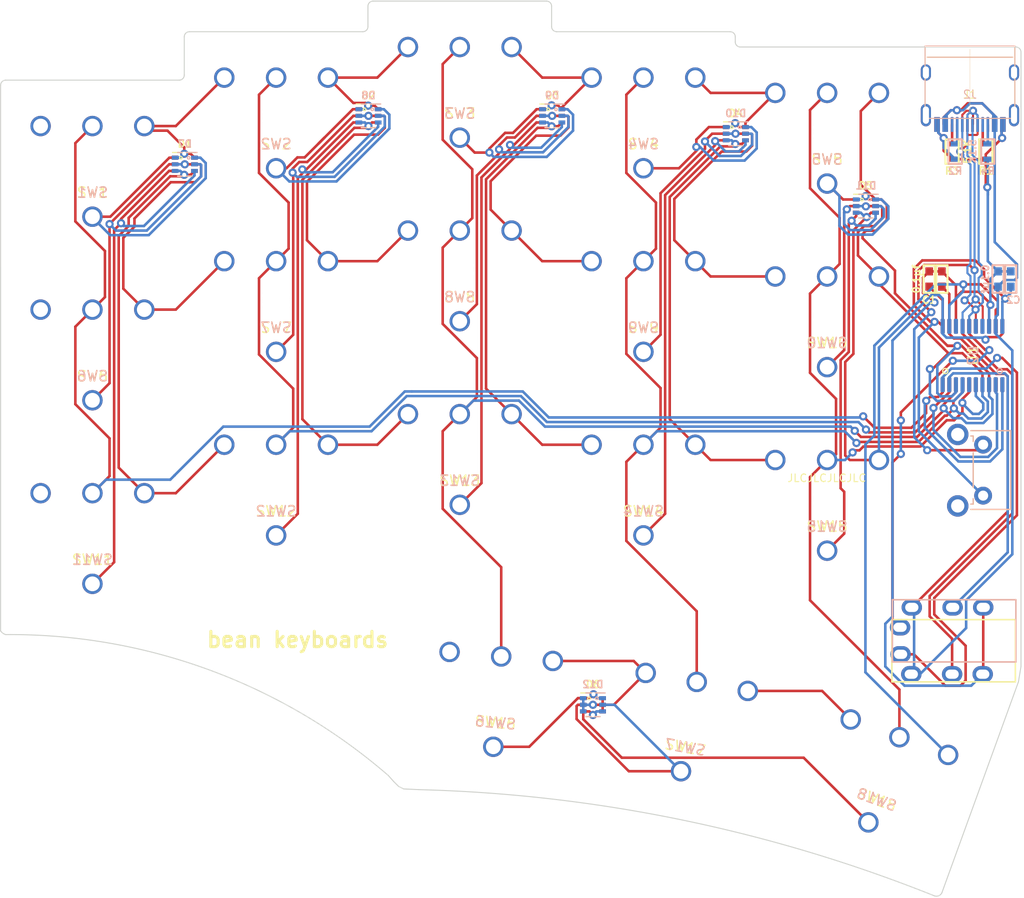
<source format=kicad_pcb>
(kicad_pcb (version 20221018) (generator pcbnew)
  (layers (0 "F.Cu" signal) (31 "B.Cu" signal) (34 "B.Paste" user) (35 "F.Paste" user) (36 "B.SilkS" user "B.Silkscreen") (37 "F.SilkS" user "F.Silkscreen") (38 "B.Mask" user) (39 "F.Mask" user) (44 "Edge.Cuts" user))
  (net 0 "")
  (net 1 "GND")
  (net 2 "+5V")
  (net 3 "V33")
  (net 4 "D1A")
  (net 5 "R1")
  (net 6 "D1B")
  (net 7 "D1C")
  (net 8 "D2A")
  (net 9 "D2B")
  (net 10 "D2C")
  (net 11 "R2")
  (net 12 "D3A")
  (net 13 "D3B")
  (net 14 "D3C")
  (net 15 "R3")
  (net 16 "R4")
  (net 18 "Net-(J1-CC1)")
  (net 19 "D+")
  (net 20 "D-")
  (net 21 "Net-(J1-CC2)")
  (net 23 "Net-(J2-CC1)")
  (net 24 "Net-(J2-CC2)")
  (net 25 "C1")
  (net 26 "C2")
  (net 27 "C3")
  (net 28 "C4")
  (net 29 "C5")
  (net 32 "TX2")
  (net 33 "RX2")
  (net 34 "TX1")
  (net 35 "RX1")
  (net 38 "D4A")
  (net 39 "D4B")
  (net 40 "D4C")
  (net 41 "D5A")
  (net 42 "D5B")
  (net 43 "D5C")
  (net 44 "D6A")
  (net 47 "D6B")
  (net 48 "D6C")
  (footprint "Keebio-Parts:C_0603" (layer "F.Cu") (at 172.7 72.75 90)
    (fp_text reference "C1")
    (fp_text value "0.1µf")
  )
  (footprint "Keebio-Parts:SOT-363_SC-70-6" (layer "F.Cu") (at 139.75 114.5)
    (fp_text reference "D6")
    (fp_text value "~")
  )
  (footprint "Keebio-Parts:SOT-363_SC-70-6" (layer "F.Cu") (at 166.5 65.6)
    (fp_text reference "D5")
    (fp_text value "~")
  )
  (footprint "Cherry_ML:BothMasks_NoSilk_SW_Cherry_ML_1u_Centred" (layer "F.Cu") (at 108.7 89)
    (fp_text reference "SW12")
    (fp_text value "ML")
  )
  (footprint "Cherry_ML:BothMasks_NoSilk_SW_Cherry_ML_1u_Centred" (layer "F.Cu") (at 90.7 75.75)
    (fp_text reference "SW6")
    (fp_text value "ML")
  )
  (footprint "Keebio-Parts:SOT-363_SC-70-6" (layer "F.Cu") (at 153.75 58.5)
    (fp_text reference "D4")
    (fp_text value "~")
  )
  (footprint "Cherry_ML:BothMasks_NoSilk_SW_Cherry_ML_1u_Centred" (layer "F.Cu") (at 162.7 90.5)
    (fp_text reference "SW15")
    (fp_text value "ML")
  )
  (footprint "Cherry_ML:BothMasks_NoSilk_SW_Cherry_ML_1u_Centred" (layer "F.Cu") (at 149.922269 112.259629 -10)
    (fp_text reference "SW17")
    (fp_text value "ML")
  )
  (footprint "Cherry_ML:BothMasks_NoSilk_SW_Cherry_ML_1u_Centred" (layer "F.Cu") (at 108.7 71)
    (fp_text reference "SW7")
    (fp_text value "ML")
  )
  (footprint "Cherry_ML:BothMasks_NoSilk_SW_Cherry_ML_1u_Centred" (layer "F.Cu") (at 126.7 68)
    (fp_text reference "SW8")
    (fp_text value "ML")
  )
  (footprint "Cherry_ML:BothMasks_NoSilk_SW_Cherry_ML_1u_Centred" (layer "F.Cu") (at 162.7 72.5)
    (fp_text reference "SW10")
    (fp_text value "ML")
  )
  (footprint "Cherry_ML:BothMasks_NoSilk_SW_Cherry_ML_1u_Centred" (layer "F.Cu") (at 144.7 89)
    (fp_text reference "SW14")
    (fp_text value "ML")
  )
  (footprint "Keebio-Parts:SOT-363_SC-70-6" (layer "F.Cu") (at 135.75 56.75)
    (fp_text reference "D3")
    (fp_text value "~")
  )
  (footprint "Package_SO:TSSOP-20_4.4x6.5mm_P0.65mm" (layer "F.Cu") (at 176.95 80.25 90)
    (fp_text reference "U1")
    (fp_text value "CH552T")
  )
  (footprint "Cherry_ML:BothMasks_NoSilk_SW_Cherry_ML_1u_Centred" (layer "F.Cu") (at 108.7 53)
    (fp_text reference "SW2")
    (fp_text value "ML")
  )
  (footprint "Cherry_ML:BothMasks_NoSilk_SW_Cherry_ML_1u_Centred" (layer "F.Cu") (at 144.7 71)
    (fp_text reference "SW9")
    (fp_text value "ML")
  )
  (footprint "Cherry_ML:BothMasks_NoSilk_SW_Cherry_ML_1u_Centred" (layer "F.Cu") (at 130.760669 109.761747 -5)
    (fp_text reference "SW16")
    (fp_text value "ML")
  )
  (footprint "Keebio-Parts:TRRS-PJ-320A-no-Fmask" (layer "F.Cu") (at 181.15 109.2 -90)
    (fp_text reference "U3")
    (fp_text value "TRRS" hide)
  )
  (footprint "Cherry_ML:BothMasks_NoSilk_SW_Cherry_ML_1u_Centred" (layer "F.Cu") (at 144.7 53)
    (fp_text reference "SW4")
    (fp_text value "ML")
  )
  (footprint "Keebio-Parts:R_0603" (layer "F.Cu") (at 178.25 60.25 90)
    (fp_text reference "R1")
    (fp_text value "5.1K" hide)
  )
  (footprint "Keebio-Parts:SOT-363_SC-70-6" (layer "F.Cu") (at 117.75 56.75)
    (fp_text reference "D2")
    (fp_text value "~")
  )
  (footprint "Keebio-Parts:C_0603" (layer "F.Cu") (at 173.95 72.75 90)
    (fp_text reference "C3" hide)
    (fp_text value "0.1µf" hide)
  )
  (footprint "Cherry_ML:BothMasks_NoSilk_SW_Cherry_ML_1u_Centred" (layer "F.Cu") (at 169.785483 117.6794 -20)
    (fp_text reference "SW18")
    (fp_text value "ML")
  )
  (footprint "Cherry_ML:BothMasks_NoSilk_SW_Cherry_ML_1u_Centred" (layer "F.Cu") (at 126.7 50)
    (fp_text reference "SW3")
    (fp_text value "ML")
  )
  (footprint "Cherry_ML:BothMasks_NoSilk_SW_Cherry_ML_1u_Centred" (layer "F.Cu") (at 90.7 93.75)
    (fp_text reference "SW11")
    (fp_text value "ML")
  )
  (footprint "Keebio-Parts:SOT-363_SC-70-6" (layer "F.Cu") (at 99.75 61.5)
    (fp_text reference "D1")
    (fp_text value "~")
  )
  (footprint "Keebio-Parts:R_0603" (layer "F.Cu") (at 174.95 60.25 90)
    (fp_text reference "R3")
    (fp_text value "5.1K")
  )
  (footprint "Keebio-Parts:SW_Tactile_SPST_Angled_MJTP1117" (layer "F.Cu") (at 177.99 88.99 -90)
    (fp_text reference "SW19" hide)
    (fp_text value "RESET")
  )
  (footprint "Cherry_ML:BothMasks_NoSilk_SW_Cherry_ML_1u_Centred" (layer "F.Cu") (at 126.7 86)
    (fp_text reference "SW13")
    (fp_text value "ML")
  )
  (footprint "Cherry_ML:BothMasks_NoSilk_SW_Cherry_ML_1u_Centred" (layer "F.Cu") (at 90.7 57.75)
    (fp_text reference "SW1")
    (fp_text value "ML")
  )
  (footprint "Cherry_ML:BothMasks_NoSilk_SW_Cherry_ML_1u_Centred" (layer "F.Cu") (at 162.7 54.5)
    (fp_text reference "SW5")
    (fp_text value "ML")
  )
  (footprint "usb-c:TYPE-C-31-M-12" (layer "F.Cu") (at 176.7 52.5 180)
    (fp_text reference "J1")
    (fp_text value "USB_C")
  )
  (footprint "Keebio-Parts:R_0603" (layer "B.Cu") (at 175.25 60.25 90)
    (fp_text reference "R2")
    (fp_text value "5.1K" hide)
  )
  (footprint "Keebio-Parts:TRRS-PJ-320A-no-Fmask" (layer "B.Cu") (at 181.2 107.25 90)
    (fp_text reference "U4")
    (fp_text value "TRRS" hide)
  )
  (footprint "Keebio-Parts:R_0603" (layer "B.Cu") (at 178.45 60.25 90)
    (fp_text reference "R4")
    (fp_text value "5.1K")
  )
  (footprint "Keebio-Parts:SOT-363_SC-70-6" (layer "B.Cu") (at 153.75 58.5 180)
    (fp_text reference "D10")
    (fp_text value "~")
  )
  (footprint "Keebio-Parts:C_0603" (layer "B.Cu") (at 180.7 72.75 90)
    (fp_text reference "C2")
    (fp_text value "0.1µf")
  )
  (footprint "Package_SO:TSSOP-20_4.4x6.5mm_P0.65mm" (layer "B.Cu") (at 176.95 80.25 90)
    (fp_text reference "U2")
    (fp_text value "CH552T")
  )
  (footprint "Keebio-Parts:SOT-363_SC-70-6" (layer "B.Cu") (at 166.5 65.6 180)
    (fp_text reference "D11")
    (fp_text value "~")
  )
  (footprint "Keebio-Parts:SOT-363_SC-70-6" (layer "B.Cu") (at 135.75 56.75 180)
    (fp_text reference "D9")
    (fp_text value "~")
  )
  (footprint "usb-c:TYPE-C-31-M-12" (layer "B.Cu") (at 176.7 52.5)
    (fp_text reference "J2")
    (fp_text value "USB_C")
  )
  (footprint "Keebio-Parts:SOT-363_SC-70-6" (layer "B.Cu") (at 139.75 114.5 180)
    (fp_text reference "D12")
    (fp_text value "~")
  )
  (footprint "Keebio-Parts:SOT-363_SC-70-6" (layer "B.Cu") (at 117.75 56.75 180)
    (fp_text reference "D8")
    (fp_text value "~")
  )
  (footprint "Keebio-Parts:C_0603" (layer "B.Cu") (at 179.45 72.75 90)
    (fp_text reference "C4" hide)
    (fp_text value "0.1µf" hide)
  )
  (footprint "Keebio-Parts:SOT-363_SC-70-6" (layer "B.Cu") (at 99.75 61.5 180)
    (fp_text reference "D7")
    (fp_text value "~")
  )
  (gr_line (start 153.7 49) (end 153.7 49.5) (stroke (width 0.1)) (layer "Edge.Cuts"))
  (gr_arc (start 82.2 107.616768) (mid 81.917221 107.477965) (end 81.699407 107.250396) (stroke (width 0.1)) (layer "Edge.Cuts"))
  (gr_arc (start 99.7 52.75) (mid 99.553553 53.103553) (end 99.2 53.25) (stroke (width 0.1)) (layer "Edge.Cuts"))
  (gr_line (start 181.7 50.5) (end 181.7 110.75) (stroke (width 0.1)) (layer "Edge.Cuts"))
  (gr_arc (start 135.2 45.5) (mid 135.553553 45.646447) (end 135.7 46) (stroke (width 0.1)) (layer "Edge.Cuts"))
  (gr_line (start 119.662629 121.396588) (end 120.2 122) (stroke (width 0.1)) (layer "Edge.Cuts"))
  (gr_arc (start 117.7 46) (mid 117.846447 45.646447) (end 118.2 45.5) (stroke (width 0.1)) (layer "Edge.Cuts"))
  (gr_line (start 81.7 53.75) (end 81.699407 107.250396) (stroke (width 0.1)) (layer "Edge.Cuts"))
  (gr_line (start 121.2 122.75) (end 122.695243 122.82067) (stroke (width 0.1)) (layer "Edge.Cuts"))
  (gr_arc (start 181.2 50) (mid 181.553553 50.146447) (end 181.7 50.5) (stroke (width 0.1)) (layer "Edge.Cuts"))
  (gr_arc (start 99.7 49) (mid 99.846447 48.646447) (end 100.2 48.5) (stroke (width 0.1)) (layer "Edge.Cuts"))
  (gr_line (start 120.2 122) (end 120.7 122.5) (stroke (width 0.1)) (layer "Edge.Cuts"))
  (gr_arc (start 82.2 107.616768) (mid 102.186264 111.093197) (end 119.658416 121.401456) (stroke (width 0.1)) (layer "Edge.Cuts"))
  (gr_arc (start 117.7 48) (mid 117.553553 48.353553) (end 117.2 48.5) (stroke (width 0.1)) (layer "Edge.Cuts"))
  (gr_arc (start 122.695243 122.82067) (mid 148.414296 125.778467) (end 173.206585 133.232367) (stroke (width 0.1)) (layer "Edge.Cuts"))
  (gr_line (start 136.2 48.5) (end 153.2 48.5) (stroke (width 0.1)) (layer "Edge.Cuts"))
  (gr_arc (start 81.7 53.75) (mid 81.846447 53.396447) (end 82.2 53.25) (stroke (width 0.1)) (layer "Edge.Cuts"))
  (gr_line (start 120.7 122.5) (end 121.2 122.75) (stroke (width 0.1)) (layer "Edge.Cuts"))
  (gr_line (start 99.2 53.25) (end 82.2 53.25) (stroke (width 0.1)) (layer "Edge.Cuts"))
  (gr_arc (start 154.2 50) (mid 153.846447 49.853553) (end 153.7 49.5) (stroke (width 0.1)) (layer "Edge.Cuts"))
  (gr_arc (start 136.2 48.5) (mid 135.846447 48.353553) (end 135.7 48) (stroke (width 0.1)) (layer "Edge.Cuts"))
  (gr_arc (start 173.95 132.927988) (mid 173.63785 133.22564) (end 173.206585 133.232366) (stroke (width 0.1)) (layer "Edge.Cuts"))
  (gr_arc (start 153.2 48.5) (mid 153.553553 48.646447) (end 153.7 49) (stroke (width 0.1)) (layer "Edge.Cuts"))
  (gr_line (start 117.2 48.5) (end 100.2 48.5) (stroke (width 0.1)) (layer "Edge.Cuts"))
  (gr_line (start 181.7 110.75) (end 181.45 112.25) (stroke (width 0.1)) (layer "Edge.Cuts"))
  (gr_line (start 135.7 46) (end 135.7 48) (stroke (width 0.1)) (layer "Edge.Cuts"))
  (gr_line (start 99.7 49) (end 99.7 52.75) (stroke (width 0.1)) (layer "Edge.Cuts"))
  (gr_line (start 117.7 48) (end 117.7 46) (stroke (width 0.1)) (layer "Edge.Cuts"))
  (gr_line (start 118.2 45.5) (end 135.2 45.5) (stroke (width 0.1)) (layer "Edge.Cuts"))
  (gr_line (start 154.2 50) (end 181.2 50) (stroke (width 0.1)) (layer "Edge.Cuts"))
  (gr_line (start 173.95 132.927988) (end 181.45 112.25) (stroke (width 0.1)) (layer "Edge.Cuts"))
  (gr_text "bean keyboards" (at 101.75 109) (layer "F.SilkS") (effects (font (size 1.5 1.5) (thickness 0.3) bold) (justify left bottom)))
  (gr_text "JLCJLCJLCJLC" (at 158.75 92.71) (layer "F.SilkS") (effects (font (size 0.75 0.75) (thickness 0.1)) (justify left bottom)))
  (segment (start 174.120626 60.170626) (end 174.95 61) (width 0.25) (layer "F.Cu") (net 1))
  (segment (start 174.120626 58.924306) (end 174.120626 60.170626) (width 0.25) (layer "F.Cu") (net 1))
  (segment (start 178.7 75.288702) (end 178.7 75.165926) (width 0.25) (layer "F.Cu") (net 1))
  (segment (start 178.4 63.75) (end 178.25 63.6) (width 0.25) (layer "F.Cu") (net 1))
  (segment (start 172.7 72) (end 173.95 72) (width 0.25) (layer "F.Cu") (net 1))
  (segment (start 175.325 77.3875) (end 175.325 73.375) (width 0.25) (layer "F.Cu") (net 1))
  (segment (start 179.85 58.922504) (end 178.25 60.522504) (width 0.25) (layer "F.Cu") (net 1))
  (segment (start 172.1 74.125) (end 172.1 72.6) (width 0.25) (layer "F.Cu") (net 1))
  (segment (start 179.85 58.922504) (end 179.8 58.872504) (width 0.25) (layer "F.Cu") (net 1))
  (segment (start 178 104.95) (end 178 111.45) (width 0.25) (layer "F.Cu") (net 1))
  (segment (start 172.1 72.6) (end 172.7 72) (width 0.25) (layer "F.Cu") (net 1))
  (segment (start 173.225001 75.050305) (end 172.299696 74.125) (width 0.25) (layer "F.Cu") (net 1))
  (segment (start 174.120626 58.924306) (end 173.6 58.40368) (width 0.25) (layer "F.Cu") (net 1))
  (segment (start 178.25 60.522504) (end 178.25 61) (width 0.25) (layer "F.Cu") (net 1))
  (segment (start 172.299696 74.125) (end 172.1 74.125) (width 0.25) (layer "F.Cu") (net 1))
  (segment (start 173.6 58.40368) (end 173.6 57.6) (width 0.25) (layer "F.Cu") (net 1))
  (segment (start 175.875 74) (end 175.325 74.55) (width 0.25) (layer "F.Cu") (net 1))
  (segment (start 178 111.45) (end 177.95 111.5) (width 0.25) (layer "F.Cu") (net 1))
  (segment (start 179.8 58.872504) (end 179.8 57.6) (width 0.25) (layer "F.Cu") (net 1))
  (segment (start 178.7 75.165926) (end 177.534074 74) (width 0.25) (layer "F.Cu") (net 1))
  (segment (start 175.325 73.375) (end 173.95 72) (width 0.25) (layer "F.Cu") (net 1))
  (segment (start 177.534074 74) (end 175.875 74) (width 0.25) (layer "F.Cu") (net 1))
  (segment (start 174.95 61) (end 178.25 61) (width 0.25) (layer "F.Cu") (net 1))
  (segment (start 178.25 63.6) (end 178.25 61) (width 0.25) (layer "F.Cu") (net 1))
  (via (at 178.4 63.75) (size 0.8) (drill 0.4) (layers "F.Cu" "B.Cu") (net 1))
  (via (at 178.7 75.288702) (size 0.8) (drill 0.4) (layers "F.Cu" "B.Cu") (net 1))
  (via (at 173.225001 75.050305) (size 0.8) (drill 0.4) (layers "F.Cu" "B.Cu") (net 1))
  (via (at 179.85 58.922504) (size 0.8) (drill 0.4) (layers "F.Cu" "B.Cu") (net 1))
  (via (at 174.120626 58.924306) (size 0.8) (drill 0.4) (layers "F.Cu" "B.Cu") (net 1))
  (segment (start 178.45 71) (end 179.45 72) (width 0.25) (layer "B.Cu") (net 1))
  (segment (start 179.85 58.922504) (end 179.8 58.872504) (width 0.25) (layer "B.Cu") (net 1))
  (segment (start 174.120626 58.924306) (end 174.120626 59.870626) (width 0.25) (layer "B.Cu") (net 1))
  (segment (start 176.825 112.625) (end 170.28401 112.625) (width 0.25) (layer "B.Cu") (net 1))
  (segment (start 179.8 58.872504) (end 179.8 57.6) (width 0.25) (layer "B.Cu") (net 1))
  (segment (start 168.402 106.55701) (end 169.105 105.85401) (width 0.25) (layer "B.Cu") (net 1))
  (segment (start 179.85 58.95) (end 179.85 58.922504) (width 0.25) (layer "B.Cu") (net 1))
  (segment (start 169.105 78.781396) (end 172.836091 75.050305) (width 0.25) (layer "B.Cu") (net 1))
  (segment (start 177.95 111.5) (end 176.825 112.625) (width 0.25) (layer "B.Cu") (net 1))
  (segment (start 174.120626 59.870626) (end 175.25 61) (width 0.25) (layer "B.Cu") (net 1))
  (segment (start 178.575 75.413702) (end 178.7 75.288702) (width 0.25) (layer "B.Cu") (net 1))
  (segment (start 174.120626 58.924306) (end 173.6 58.40368) (width 0.25) (layer "B.Cu") (net 1))
  (segment (start 179.45 72) (end 180.7 72) (width 0.25) (layer "B.Cu") (net 1))
  (segment (start 178.575 77.3875) (end 178.575 75.413702) (width 0.25) (layer "B.Cu") (net 1))
  (segment (start 168.402 110.74299) (end 168.402 106.55701) (width 0.25) (layer "B.Cu") (net 1))
  (segment (start 178.45 64.5) (end 178.45 63.8) (width 0.25) (layer "B.Cu") (net 1))
  (segment (start 178.45 61) (end 178.45 64.5) (width 0.25) (layer "B.Cu") (net 1))
  (segment (start 178.45 63.8) (end 178.4 63.75) (width 0.25) (layer "B.Cu") (net 1))
  (segment (start 173.6 58.40368) (end 173.6 57.6) (width 0.25) (layer "B.Cu") (net 1))
  (segment (start 172.836091 75.050305) (end 173.225001 75.050305) (width 0.25) (layer "B.Cu") (net 1))
  (segment (start 178.45 64.5) (end 178.45 71) (width 0.25) (layer "B.Cu") (net 1))
  (segment (start 170.28401 112.625) (end 168.402 110.74299) (width 0.25) (layer "B.Cu") (net 1))
  (segment (start 169.105 105.85401) (end 169.105 78.781396) (width 0.25) (layer "B.Cu") (net 1))
  (segment (start 178.7 75.288702) (end 178.7 72.75) (width 0.25) (layer "B.Cu") (net 1))
  (segment (start 178.7 72.75) (end 179.45 72) (width 0.25) (layer "B.Cu") (net 1))
  (segment (start 173.95 73.5) (end 174.675 74.225) (width 0.25) (layer "F.Cu") (net 2))
  (segment (start 179 56.625) (end 179 57.6) (width 0.25) (layer "F.Cu") (net 2))
  (segment (start 179.275 56.9) (end 179 56.625) (width 0.25) (layer "F.Cu") (net 2))
  (segment (start 174.125 56.9) (end 174.4 56.625) (width 0.25) (layer "F.Cu") (net 2))
  (segment (start 175.417347 56.195817) (end 175.47153 56.25) (width 0.25) (layer "F.Cu") (net 2))
  (segment (start 174.829183 56.195817) (end 174.4 56.625) (width 0.25) (layer "F.Cu") (net 2))
  (segment (start 174.125 57.6) (end 174.125 56.9) (width 0.25) (layer "F.Cu") (net 2))
  (segment (start 175.417347 56.195817) (end 174.829183 56.195817) (width 0.25) (layer "F.Cu") (net 2))
  (segment (start 176.473959 55.525) (end 177.9 55.525) (width 0.25) (layer "F.Cu") (net 2))
  (segment (start 174.675 77.3875) (end 174.675 78.124999) (width 0.25) (layer "F.Cu") (net 2))
  (segment (start 175.125 78.574999) (end 175.788604 78.574999) (width 0.25) (layer "F.Cu") (net 2))
  (segment (start 179.275 57.6) (end 179.275 56.9) (width 0.25) (layer "F.Cu") (net 2))
  (segment (start 174.675 78.124999) (end 175.125 78.574999) (width 0.25) (layer "F.Cu") (net 2))
  (segment (start 175.748959 56.25) (end 176.473959 55.525) (width 0.25) (layer "F.Cu") (net 2))
  (segment (start 174.675 74.225) (end 174.675 77.3875) (width 0.25) (layer "F.Cu") (net 2))
  (segment (start 175.47153 56.25) (end 175.748959 56.25) (width 0.25) (layer "F.Cu") (net 2))
  (segment (start 174.4 56.625) (end 174.4 57.6) (width 0.25) (layer "F.Cu") (net 2))
  (segment (start 180.4 95.55) (end 171 104.95) (width 0.25) (layer "F.Cu") (net 2))
  (segment (start 180.153812 82.05) (end 180.4 82.296188) (width 0.25) (layer "F.Cu") (net 2))
  (segment (start 175.788604 78.574999) (end 179.263605 82.05) (width 0.25) (layer "F.Cu") (net 2))
  (segment (start 179.263605 82.05) (end 180.153812 82.05) (width 0.25) (layer "F.Cu") (net 2))
  (segment (start 177.9 55.525) (end 179 56.625) (width 0.25) (layer "F.Cu") (net 2))
  (segment (start 180.4 82.296188) (end 180.4 95.55) (width 0.25) (layer "F.Cu") (net 2))
  (via (at 175.417347 56.195817) (size 0.8) (drill 0.4) (layers "F.Cu" "B.Cu") (net 2))
  (segment (start 179.225 78.133) (end 179.225 77.3875) (width 0.25) (layer "B.Cu") (net 2))
  (segment (start 179 57.6) (end 179 56.625) (width 0.25) (layer "B.Cu") (net 2))
  (segment (start 174.125 56.925) (end 174.525 56.525) (width 0.25) (layer "B.Cu") (net 2))
  (segment (start 181.3 71.3) (end 179.125 69.125) (width 0.25) (layer "B.Cu") (net 2))
  (segment (start 179.45 73.475) (end 180.075 72.85) (width 0.25) (layer "B.Cu") (net 2))
  (segment (start 174.4 56.65) (end 174.4 57.6) (width 0.25) (layer "B.Cu") (net 2))
  (segment (start 180.075 72.85) (end 181.075 72.85) (width 0.25) (layer "B.Cu") (net 2))
  (segment (start 179.425 73.525) (end 179.425 76.25) (width 0.25) (layer "B.Cu") (net 2))
  (segment (start 179.45 73.5) (end 179.45 73.475) (width 0.25) (layer "B.Cu") (net 2))
  (segment (start 176.325 106.975) (end 176.325 104.261396) (width 0.25) (layer "B.Cu") (net 2))
  (segment (start 175.417347 56.195817) (end 174.854183 56.195817) (width 0.25) (layer "B.Cu") (net 2))
  (segment (start 180.85 79.758) (end 179.225 78.133) (width 0.25) (layer "B.Cu") (net 2))
  (segment (start 171.225 105.175) (end 171 104.95) (width 0.25) (layer "B.Cu") (net 2))
  (segment (start 181.075 72.85) (end 181.3 72.625) (width 0.25) (layer "B.Cu") (net 2))
  (segment (start 179.225 76.45) (end 179.225 77.3875) (width 0.25) (layer "B.Cu") (net 2))
  (segment (start 174.525 56.525) (end 174.4 56.65) (width 0.25) (layer "B.Cu") (net 2))
  (segment (start 177.9 55.525) (end 179 56.625) (width 0.25) (layer "B.Cu") (net 2))
  (segment (start 174.854183 56.195817) (end 174.525 56.525) (width 0.25) (layer "B.Cu") (net 2))
  (segment (start 179.275 57.6) (end 179.275 56.9) (width 0.25) (layer "B.Cu") (net 2))
  (segment (start 179.45 73.5) (end 179.425 73.525) (width 0.25) (layer "B.Cu") (net 2))
  (segment (start 176.699695 55.525) (end 177.9 55.525) (width 0.25) (layer "B.Cu") (net 2))
  (segment (start 175.417347 56.195817) (end 176.028878 56.195817) (width 0.25) (layer "B.Cu") (net 2))
  (segment (start 171.8 111.5) (end 176.325 106.975) (width 0.25) (layer "B.Cu") (net 2))
  (segment (start 170.95 111.5) (end 171.225 111.225) (width 0.25) (layer "B.Cu") (net 2))
  (segment (start 174.125 57.6) (end 174.125 56.925) (width 0.25) (layer "B.Cu") (net 2))
  (segment (start 179.425 76.25) (end 179.225 76.45) (width 0.25) (layer "B.Cu") (net 2))
  (segment (start 179.125 57.725) (end 179 57.6) (width 0.25) (layer "B.Cu") (net 2))
  (segment (start 176.028878 56.195817) (end 176.699695 55.525) (width 0.25) (layer "B.Cu") (net 2))
  (segment (start 181.3 72.625) (end 181.3 71.3) (width 0.25) (layer "B.Cu") (net 2))
  (segment (start 180.85 99.736396) (end 180.85 79.758) (width 0.25) (layer "B.Cu") (net 2))
  (segment (start 171.225 111.225) (end 171.225 105.175) (width 0.25) (layer "B.Cu") (net 2))
  (segment (start 179.275 56.9) (end 179 56.625) (width 0.25) (layer "B.Cu") (net 2))
  (segment (start 176.325 104.261396) (end 180.85 99.736396) (width 0.25) (layer "B.Cu") (net 2))
  (segment (start 170.95 111.5) (end 171.8 111.5) (width 0.25) (layer "B.Cu") (net 2))
  (segment (start 179.125 69.125) (end 179.125 57.725) (width 0.25) (layer "B.Cu") (net 2))
  (segment (start 174.025 77.3875) (end 174.025 74.825) (width 0.25) (layer "F.Cu") (net 3))
  (segment (start 174.025 74.825) (end 172.7 73.5) (width 0.25) (layer "F.Cu") (net 3))
  (segment (start 178.081 72.607) (end 178.081 71.787695) (width 0.25) (layer "F.Cu") (net 3))
  (segment (start 172.025604 70.924) (end 171.2 71.749604) (width 0.25) (layer "F.Cu") (net 3))
  (segment (start 173.225829 76.950524) (end 173.588024 76.950524) (width 0.25) (layer "F.Cu") (net 3))
  (segment (start 173.588024 76.950524) (end 174.025 77.3875) (width 0.25) (layer "F.Cu") (net 3))
  (segment (start 178.081 71.787695) (end 177.217305 70.924) (width 0.25) (layer "F.Cu") (net 3))
  (segment (start 172.83076 76.950524) (end 173.225829 76.950524) (width 0.25) (layer "F.Cu") (net 3))
  (segment (start 177.217305 70.924) (end 172.025604 70.924) (width 0.25) (layer "F.Cu") (net 3))
  (segment (start 180.15 74.676) (end 178.081 72.607) (width 0.25) (layer "F.Cu") (net 3))
  (segment (start 171.2 75.319764) (end 172.83076 76.950524) (width 0.25) (layer "F.Cu") (net 3))
  (segment (start 171.2 71.749604) (end 171.2 75.319764) (width 0.25) (layer "F.Cu") (net 3))
  (via (at 173.225829 76.950524) (size 0.8) (drill 0.4) (layers "F.Cu" "B.Cu") (net 3))
  (via (at 180.15 74.676) (size 0.8) (drill 0.4) (layers "F.Cu" "B.Cu") (net 3))
  (segment (start 171.688024 78.488329) (end 171.688024 87.688024) (width 0.25) (layer "B.Cu") (net 3))
  (segment (start 180.15 74.676) (end 179.875 74.951) (width 0.25) (layer "B.Cu") (net 3))
  (segment (start 180.7 74.126) (end 180.15 74.676) (width 0.25) (layer "B.Cu") (net 3))
  (segment (start 179.875 74.951) (end 179.875 77.3875) (width 0.25) (layer "B.Cu") (net 3))
  (segment (start 173.225829 76.950524) (end 171.688024 78.488329) (width 0.25) (layer "B.Cu") (net 3))
  (segment (start 180.7 73.5) (end 180.7 74.126) (width 0.25) (layer "B.Cu") (net 3))
  (segment (start 171.688024 87.688024) (end 177.99 93.99) (width 0.25) (layer "B.Cu") (net 3))
  (segment (start 98.8 60.85) (end 98.238604 60.85) (width 0.25) (layer "F.Cu") (net 4))
  (segment (start 92.448604 66.64) (end 90.7 66.64) (width 0.25) (layer "F.Cu") (net 4))
  (segment (start 98.238604 60.85) (end 92.448604 66.64) (width 0.25) (layer "F.Cu") (net 4))
  (segment (start 90.7 66.715305) (end 90.7 66.64) (width 0.25) (layer "B.Cu") (net 4))
  (segment (start 96.211396 68.45) (end 92.434695 68.45) (width 0.25) (layer "B.Cu") (net 4))
  (segment (start 100.7 60.85) (end 101.275 60.85) (width 0.25) (layer "B.Cu") (net 4))
  (segment (start 92.434695 68.45) (end 90.7 66.715305) (width 0.25) (layer "B.Cu") (net 4))
  (segment (start 101.8 62.861396) (end 96.211396 68.45) (width 0.25) (layer "B.Cu") (net 4))
  (segment (start 101.275 60.85) (end 101.8 61.375) (width 0.25) (layer "B.Cu") (net 4))
  (segment (start 101.8 61.375) (end 101.8 62.861396) (width 0.25) (layer "B.Cu") (net 4))
  (segment (start 136.317337 55.717337) (end 136.7 56.1) (width 0.25) (layer "F.Cu") (net 5))
  (segment (start 151.28 54.5) (end 149.78 53) (width 0.25) (layer "F.Cu") (net 5))
  (segment (start 168.55 66.961396) (end 168.55 65.475) (width 0.25) (layer "F.Cu") (net 5))
  (segment (start 166.503221 68.016825) (end 167.494571 68.016825) (width 0.25) (layer "F.Cu") (net 5))
  (segment (start 136.7 56.1) (end 136.7 55.92) (width 0.25) (layer "F.Cu") (net 5))
  (segment (start 100.317337 60.467337) (end 100.7 60.85) (width 0.25) (layer "F.Cu") (net 5))
  (segment (start 175.46365 79.299999) (end 175.877207 79.299999) (width 0.25) (layer "F.Cu") (net 5))
  (segment (start 175.46365 79.299999) (end 174.497887 79.299999) (width 0.25) (layer "F.Cu") (net 5))
  (segment (start 175.877207 79.299999) (end 178.575 81.997792) (width 0.25) (layer "F.Cu") (net 5))
  (segment (start 118.35043 55.75043) (end 118.7 56.1) (width 0.25) (layer "F.Cu") (net 5))
  (segment (start 157.62 54.5) (end 151.28 54.5) (width 0.25) (layer "F.Cu") (net 5))
  (segment (start 98.05 58.2) (end 99.69652 59.84652) (width 0.25) (layer "F.Cu") (net 5))
  (segment (start 136.7 55.92) (end 139.62 53) (width 0.25) (layer "F.Cu") (net 5))
  (segment (start 166 56.28) (end 166 63.5) (width 0.25) (layer "F.Cu") (net 5))
  (segment (start 167.494571 68.016825) (end 168.55 66.961396) (width 0.25) (layer "F.Cu") (net 5))
  (segment (start 168.025 64.95) (end 167.45 64.95) (width 0.25) (layer "F.Cu") (net 5))
  (segment (start 134.78 53) (end 139.62 53) (width 0.25) (layer "F.Cu") (net 5))
  (segment (start 157.62 54.5) (end 154.7 57.42) (width 0.25) (layer "F.Cu") (net 5))
  (segment (start 117.720589 55.75043) (end 118.35043 55.75043) (width 0.25) (layer "F.Cu") (net 5))
  (segment (start 98.87 57.75) (end 103.62 53) (width 0.25) (layer "F.Cu") (net 5))
  (segment (start 169.348944 71.923944) (end 166.175 68.75) (width 0.25) (layer "F.Cu") (net 5))
  (segment (start 174.497887 79.299999) (end 169.348944 74.151056) (width 0.25) (layer "F.Cu") (net 5))
  (segment (start 154.7 57.42) (end 154.7 57.85) (width 0.25) (layer "F.Cu") (net 5))
  (segment (start 166.794737 64.95) (end 166.470587 64.62585) (width 0.25) (layer "F.Cu") (net 5))
  (segment (start 113.78 53) (end 116.265 55.485) (width 0.25) (layer "F.Cu") (net 5))
  (segment (start 118.62 53) (end 121.62 50) (width 0.25) (layer "F.Cu") (net 5))
  (segment (start 167.45 64.95) (end 166.794737 64.95) (width 0.25) (layer "F.Cu") (net 5))
  (segment (start 131.78 50) (end 134.78 53) (width 0.25) (layer "F.Cu") (net 5))
  (segment (start 116.265 55.485) (end 117.455159 55.485) (width 0.25) (layer "F.Cu") (net 5))
  (segment (start 113.78 53) (end 118.62 53) (width 0.25) (layer "F.Cu") (net 5))
  (segment (start 166.175 68.345046) (end 166.503221 68.016825) (width 0.25) (layer "F.Cu") (net 5))
  (segment (start 168.55 65.475) (end 168.025 64.95) (width 0.25) (layer "F.Cu") (net 5))
  (segment (start 178.575 81.997792) (end 178.575 83.1125) (width 0.25) (layer "F.Cu") (net 5))
  (segment (start 95.78 57.75) (end 98.87 57.75) (width 0.25) (layer "F.Cu") (net 5))
  (segment (start 175.46365 79.299999) (end 174.549999 79.299999) (width 0.25) (layer "F.Cu") (net 5))
  (segment (start 166.175 68.75) (end 166.175 68.345046) (width 0.25) (layer "F.Cu") (net 5))
  (segment (start 95.593604 58.2) (end 95.461802 58.068198) (width 0.25) (layer "F.Cu") (net 5))
  (segment (start 135.69652 55.717337) (end 136.317337 55.717337) (width 0.25) (layer "F.Cu") (net 5))
  (segment (start 166 63.5) (end 167.45 64.95) (width 0.25) (layer "F.Cu") (net 5))
  (segment (start 99.69652 59.84652) (end 99.69652 60.467337) (width 0.25) (layer "F.Cu") (net 5))
  (segment (start 154.081951 57.85) (end 153.695198 57.463247) (width 0.25) (layer "F.Cu") (net 5))
  (segment (start 154.7 57.85) (end 154.081951 57.85) (width 0.25) (layer "F.Cu") (net 5))
  (segment (start 99.69652 60.467337) (end 100.317337 60.467337) (width 0.25) (layer "F.Cu") (net 5))
  (segment (start 117.455159 55.485) (end 117.720589 55.75043) (width 0.25) (layer "F.Cu") (net 5))
  (segment (start 167.78 54.5) (end 166 56.28) (width 0.25) (layer "F.Cu") (net 5))
  (segment (start 98.05 58.2) (end 95.593604 58.2) (width 0.25) (layer "F.Cu") (net 5))
  (segment (start 169.348944 74.151056) (end 169.348944 71.923944) (width 0.25) (layer "F.Cu") (net 5))
  (via (at 153.695198 57.463247) (size 0.8) (drill 0.4) (layers "F.Cu" "B.Cu") (net 5))
  (via (at 175.46365 79.299999) (size 0.8) (drill 0.4) (layers "F.Cu" "B.Cu") (net 5))
  (via (at 99.69652 60.467337) (size 0.8) (drill 0.4) (layers "F.Cu" "B.Cu") (net 5))
  (via (at 166.470587 64.62585) (size 0.8) (drill 0.4) (layers "F.Cu" "B.Cu") (net 5))
  (via (at 135.69652 55.717337) (size 0.8) (drill 0.4) (layers "F.Cu" "B.Cu") (net 5))
  (via (at 117.720589 55.75043) (size 0.8) (drill 0.4) (layers "F.Cu" "B.Cu") (net 5))
  (segment (start 175.46365 79.299999) (end 173.5 81.263649) (width 0.25) (layer "B.Cu") (net 5))
  (segment (start 165.55 64.95) (end 166.146437 64.95) (width 0.25) (layer "B.Cu") (net 5))
  (segment (start 98.8 60.85) (end 99.313857 60.85) (width 0.25) (layer "B.Cu") (net 5))
  (segment (start 117.371019 56.1) (end 117.720589 55.75043) (width 0.25) (layer "B.Cu") (net 5))
  (segment (start 153.308445 57.85) (end 153.695198 57.463247) (width 0.25) (layer "B.Cu") (net 5))
  (segment (start 173.5 81.263649) (end 173.5 83.928812) (width 0.25) (layer "B.Cu") (net 5))
  (segment (start 152.8 57.85) (end 153.308445 57.85) (width 0.25) (layer "B.Cu") (net 5))
  (segment (start 166.146437 64.95) (end 166.470587 64.62585) (width 0.25) (layer "B.Cu") (net 5))
  (segment (start 99.313857 60.85) (end 99.69652 60.467337) (width 0.25) (layer "B.Cu") (net 5))
  (segment (start 116.8 56.1) (end 117.371019 56.1) (width 0.25) (layer "B.Cu") (net 5))
  (segment (start 173.5 83.928812) (end 173.821188 84.25) (width 0.25) (layer "B.Cu") (net 5))
  (segment (start 174.924999 84.25) (end 175.325 83.849999) (width 0.25) (layer "B.Cu") (net 5))
  (segment (start 173.821188 84.25) (end 174.924999 84.25) (width 0.25) (layer "B.Cu") (net 5))
  (segment (start 175.325 83.849999) (end 175.325 83.1125) (width 0.25) (layer "B.Cu") (net 5))
  (segment (start 135.313857 56.1) (end 135.69652 55.717337) (width 0.25) (layer "B.Cu") (net 5))
  (segment (start 134.8 56.1) (end 135.313857 56.1) (width 0.25) (layer "B.Cu") (net 5))
  (segment (start 92.375 67.365) (end 92.375 82.965) (width 0.25) (layer "F.Cu") (net 6))
  (segment (start 92.4875 67.2375) (end 92.375 67.35) (width 0.25) (layer "F.Cu") (net 6))
  (segment (start 92.375 82.965) (end 90.7 84.64) (width 0.25) (layer "F.Cu") (net 6))
  (segment (start 92.375 67.365) (end 92.375 67.35) (width 0.25) (layer "F.Cu") (net 6))
  (segment (start 98.225 61.5) (end 92.4875 67.2375) (width 0.25) (layer "F.Cu") (net 6))
  (segment (start 98.8 61.5) (end 98.225 61.5) (width 0.25) (layer "F.Cu") (net 6))
  (via (at 92.375 67.365) (size 0.8) (drill 0.4) (layers "F.Cu" "B.Cu") (net 6))
  (segment (start 101.35 61.575) (end 101.275 61.5) (width 0.25) (layer "B.Cu") (net 6))
  (segment (start 96.025 68) (end 101.35 62.675) (width 0.25) (layer "B.Cu") (net 6))
  (segment (start 93.01 68) (end 96.025 68) (width 0.25) (layer "B.Cu") (net 6))
  (segment (start 101.275 61.5) (end 100.7 61.5) (width 0.25) (layer "B.Cu") (net 6))
  (segment (start 92.375 67.365) (end 93.01 68) (width 0.25) (layer "B.Cu") (net 6))
  (segment (start 101.35 62.675) (end 101.35 61.575) (width 0.25) (layer "B.Cu") (net 6))
  (segment (start 98.8 62.15) (end 98.211396 62.15) (width 0.25) (layer "F.Cu") (net 7))
  (segment (start 92.825 100.515) (end 90.7 102.64) (width 0.25) (layer "F.Cu") (net 7))
  (segment (start 98.211396 62.15) (end 93.5 66.861396) (width 0.25) (layer "F.Cu") (net 7))
  (segment (start 92.825 67.940305) (end 92.834695 67.940305) (width 0.25) (layer "F.Cu") (net 7))
  (segment (start 92.825 67.940305) (end 92.825 100.515) (width 0.25) (layer "F.Cu") (net 7))
  (segment (start 92.834695 67.940305) (end 93.5 67.275) (width 0.25) (layer "F.Cu") (net 7))
  (segment (start 93.5 66.861396) (end 93.5 67.275) (width 0.25) (layer "F.Cu") (net 7))
  (via (at 93.5 67.275) (size 0.8) (drill 0.4) (layers "F.Cu" "B.Cu") (net 7))
  (segment (start 100.7 62.6) (end 100.7 62.15) (width 0.25) (layer "B.Cu") (net 7))
  (segment (start 95.75 67.55) (end 100.7 62.6) (width 0.25) (layer "B.Cu") (net 7))
  (segment (start 93.5 67.275) (end 93.775 67.55) (width 0.25) (layer "B.Cu") (net 7))
  (segment (start 93.775 67.55) (end 95.75 67.55) (width 0.25) (layer "B.Cu") (net 7))
  (segment (start 109.720785 61.89) (end 110.555392 61.055392) (width 0.25) (layer "F.Cu") (net 8))
  (segment (start 113.4125 58.9125) (end 112.863757 59.461243) (width 0.25) (layer "F.Cu") (net 8))
  (segment (start 110.555392 61.055392) (end 110.785785 60.825) (width 0.25) (layer "F.Cu") (net 8))
  (segment (start 110.785785 60.825) (end 111.5 60.825) (width 0.25) (layer "F.Cu") (net 8))
  (segment (start 116.8 56.1) (end 116.225 56.1) (width 0.25) (layer "F.Cu") (net 8))
  (segment (start 111.5 60.825) (end 113.4125 58.9125) (width 0.25) (layer "F.Cu") (net 8))
  (segment (start 108.7 61.89) (end 109.720785 61.89) (width 0.25) (layer "F.Cu") (net 8))
  (segment (start 116.225 56.1) (end 113.4125 58.9125) (width 0.25) (layer "F.Cu") (net 8))
  (segment (start 119.261396 56.1) (end 119.8 56.638604) (width 0.25) (layer "B.Cu") (net 8))
  (segment (start 109.99035 63.18035) (end 108.7 61.89) (width 0.25) (layer "B.Cu") (net 8))
  (segment (start 114.61775 63.18035) (end 109.99035 63.18035) (width 0.25) (layer "B.Cu") (net 8))
  (segment (start 119.8 56.638604) (end 119.8 57.9981) (width 0.25) (layer "B.Cu") (net 8))
  (segment (start 118.7 56.1) (end 119.261396 56.1) (width 0.25) (layer "B.Cu") (net 8))
  (segment (start 119.8 57.9981) (end 114.61775 63.18035) (width 0.25) (layer "B.Cu") (net 8))
  (segment (start 110.318045 61.929135) (end 110.318045 62.318045) (width 0.25) (layer "F.Cu") (net 9))
  (segment (start 116.275 56.75) (end 111.75 61.275) (width 0.25) (layer "F.Cu") (net 9))
  (segment (start 110.318045 62.318045) (end 110.318045 62.593045) (width 0.25) (layer "F.Cu") (net 9))
  (segment (start 110.375 62.65) (end 110.375 78.215) (width 0.25) (layer "F.Cu") (net 9))
  (segment (start 110.318045 62.593045) (end 110.375 62.65) (width 0.25) (layer "F.Cu") (net 9))
  (segment (start 110.972181 61.275) (end 110.318045 61.929135) (width 0.25) (layer "F.Cu") (net 9))
  (segment (start 111.75 61.275) (end 110.972181 61.275) (width 0.25) (layer "F.Cu") (net 9))
  (segment (start 116.8 56.75) (end 116.275 56.75) (width 0.25) (layer "F.Cu") (net 9))
  (segment (start 110.375 78.215) (end 108.7 79.89) (width 0.25) (layer "F.Cu") (net 9))
  (via (at 110.318045 62.318045) (size 0.8) (drill 0.4) (layers "F.Cu" "B.Cu") (net 9))
  (segment (start 119.35 57.811704) (end 114.431354 62.73035) (width 0.25) (layer "B.Cu") (net 9))
  (segment (start 119.275 56.75) (end 119.35 56.825) (width 0.25) (layer "B.Cu") (net 9))
  (segment (start 114.431354 62.73035) (end 110.73035 62.73035) (width 0.25) (layer "B.Cu") (net 9))
  (segment (start 110.73035 62.73035) (end 110.318045 62.318045) (width 0.25) (layer "B.Cu") (net 9))
  (segment (start 118.7 56.75) (end 119.275 56.75) (width 0.25) (layer "B.Cu") (net 9))
  (segment (start 119.35 56.825) (end 119.35 57.811704) (width 0.25) (layer "B.Cu") (net 9))
  (segment (start 111.267135 62.00535) (end 111.267135 62.394261) (width 0.25) (layer "F.Cu") (net 10))
  (segment (start 110.825 95.765) (end 108.7 97.89) (width 0.25) (layer "F.Cu") (net 10))
  (segment (start 111.656046 62.00535) (end 116.261396 57.4) (width 0.25) (layer "F.Cu") (net 10))
  (segment (start 110.825 62.836396) (end 110.825 95.765) (width 0.25) (layer "F.Cu") (net 10))
  (segment (start 111.267135 62.00535) (end 111.656046 62.00535) (width 0.25) (layer "F.Cu") (net 10))
  (segment (start 116.261396 57.4) (end 116.8 57.4) (width 0.25) (layer "F.Cu") (net 10))
  (segment (start 111.267135 62.394261) (end 110.825 62.836396) (width 0.25) (layer "F.Cu") (net 10))
  (via (at 111.267135 62.00535) (size 0.8) (drill 0.4) (layers "F.Cu" "B.Cu") (net 10))
  (segment (start 114.244958 62.28035) (end 118.7 57.825308) (width 0.25) (layer "B.Cu") (net 10))
  (segment (start 111.53035 62.28035) (end 114.244958 62.28035) (width 0.25) (layer "B.Cu") (net 10))
  (segment (start 111.267135 62.017135) (end 111.53035 62.28035) (width 0.25) (layer "B.Cu") (net 10))
  (segment (start 118.7 57.825308) (end 118.7 57.4) (width 0.25) (layer "B.Cu") (net 10))
  (segment (start 111.267135 62.00535) (end 111.267135 62.017135) (width 0.25) (layer "B.Cu") (net 10))
  (segment (start 99.75 61.5) (end 100.7 61.5) (width 0.25) (layer "F.Cu") (net 11))
  (segment (start 135.75 56.75) (end 136.7 56.75) (width 0.25) (layer "F.Cu") (net 11))
  (segment (start 167.45 65.6) (end 166.52542 65.6) (width 0.25) (layer "F.Cu") (net 11))
  (segment (start 167.975 65.6) (end 168.1 65.725) (width 0.25) (layer "F.Cu") (net 11))
  (segment (start 119.35 57.925) (end 118.682906 58.592094) (width 0.25) (layer "F.Cu") (net 11))
  (segment (start 154.775 60.25) (end 152.370584 60.25) (width 0.25) (layer "F.Cu") (net 11))
  (segment (start 129.725 65.945) (end 131.78 68) (width 0.25) (layer "F.Cu") (net 11))
  (segment (start 118.682906 58.592094) (end 116.342094 58.592094) (width 0.25) (layer "F.Cu") (net 11))
  (segment (start 154.7 58.5) (end 155.275 58.5) (width 0.25) (layer "F.Cu") (net 11))
  (segment (start 173.042128 81.569362) (end 172.775 81.569362) (width 0.25) (layer "F.Cu") (net 11))
  (segment (start 100.7 61.5) (end 101.275 61.5) (width 0.25) (layer "F.Cu") (net 11))
  (segment (start 168.1 66.775) (end 167.308175 67.566825) (width 0.25) (layer "F.Cu") (net 11))
  (segment (start 118.7 56.75) (end 119.275 56.75) (width 0.25) (layer "F.Cu") (net 11))
  (segment (start 94.817094 66.817094) (end 94.817094 67.619607) (width 0.25) (layer "F.Cu") (net 11))
  (segment (start 134.192094 58.692094) (end 129.725 63.159188) (width 0.25) (layer "F.Cu") (net 11))
  (segment (start 137.35 57.9) (end 136.557906 58.692094) (width 0.25) (layer "F.Cu") (net 11))
  (segment (start 129.725 63.159188) (end 129.725 65.945) (width 0.25) (layer "F.Cu") (net 11))
  (segment (start 136.7 56.75) (end 137.275 56.75) (width 0.25) (layer "F.Cu") (net 11))
  (segment (start 113.78 71) (end 118.62 71) (width 0.25) (layer "F.Cu") (net 11))
  (segment (start 134.78 71) (end 131.78 68) (width 0.25) (layer "F.Cu") (net 11))
  (segment (start 165.725 70.445) (end 167.78 72.5) (width 0.25) (layer "F.Cu") (net 11))
  (segment (start 177.925 83.1125) (end 177.925 81.984188) (width 0.25) (layer "F.Cu") (net 11))
  (segment (start 168.1 65.725) (end 168.1 66.775) (width 0.25) (layer "F.Cu") (net 11))
  (segment (start 167.78 72.5) (end 167.78 73.218508) (width 0.25) (layer "F.Cu") (net 11))
  (segment (start 139.62 71) (end 134.78 71) (width 0.25) (layer "F.Cu") (net 11))
  (segment (start 100.767337 63.257663) (end 98.376525 63.257663) (width 0.25) (layer "F.Cu") (net 11))
  (segment (start 165.725 68.15865) (end 165.725 70.445) (width 0.25) (layer "F.Cu") (net 11))
  (segment (start 116.342094 58.592094) (end 111.725 63.209188) (width 0.25) (layer "F.Cu") (net 11))
  (segment (start 167.78 73.218508) (end 174.153746 79.592254) (width 0.25) (layer "F.Cu") (net 11))
  (segment (start 136.557906 58.692094) (end 134.192094 58.692094) (width 0.25) (layer "F.Cu") (net 11))
  (segment (start 111.725 68.945) (end 113.78 71) (width 0.25) (layer "F.Cu") (net 11))
  (segment (start 155.35 58.575) (end 155.35 59.675) (width 0.25) (layer "F.Cu") (net 11))
  (segment (start 155.275 58.5) (end 155.35 58.575) (width 0.25) (layer "F.Cu") (net 11))
  (segment (start 98.376525 63.257663) (end 94.817094 66.817094) (width 0.25) (layer "F.Cu") (net 11))
  (segment (start 118.62 71) (end 121.62 68) (width 0.25) (layer "F.Cu") (net 11))
  (segment (start 174.586491 80.024999) (end 173.042128 81.569362) (width 0.25) (layer "F.Cu") (net 11))
  (segment (start 167.45 65.6) (end 167.975 65.6) (width 0.25) (layer "F.Cu") (net 11))
  (segment (start 157.62 72.5) (end 151.28 72.5) (width 0.25) (layer "F.Cu") (net 11))
  (segment (start 137.35 56.825) (end 137.35 57.9) (width 0.25) (layer "F.Cu") (net 11))
  (segment (start 174.586491 80.024999) (end 174.153746 79.592254) (width 0.25) (layer "F.Cu") (net 11))
  (segment (start 101.275 61.5) (end 101.35 61.575) (width 0.25) (layer "F.Cu") (net 11))
  (segment (start 166.52542 65.6) (end 166.5 65.62542) (width 0.25) (layer "F.Cu") (net 11))
  (segment (start 151.28 72.5) (end 149.78 71) (width 0.25) (layer "F.Cu") (net 11))
  (segment (start 101.35 62.675) (end 100.767337 63.257663) (width 0.25) (layer "F.Cu") (net 11))
  (segment (start 119.35 56.825) (end 119.35 57.925) (width 0.25) (layer "F.Cu") (net 11))
  (segment (start 167.308175 67.566825) (end 166.316825 67.566825) (width 0.25) (layer "F.Cu") (net 11))
  (segment (start 95.78 75.75) (end 98.87 75.75) (width 0.25) (layer "F.Cu") (net 11))
  (segment (start 93.725 68.711701) (end 93.725 73.695) (width 0.25) (layer "F.Cu") (net 11))
  (segment (start 155.35 59.675) (end 154.775 60.25) (width 0.25) (layer "F.Cu") (net 11))
  (segment (start 101.35 61.575) (end 101.35 62.675) (width 0.25) (layer "F.Cu") (net 11))
  (segment (start 166.316825 67.566825) (end 165.725 68.15865) (width 0.25) (layer "F.Cu") (net 11))
  (segment (start 177.925 81.984188) (end 175.965811 80.024999) (width 0.25) (layer "F.Cu") (net 11))
  (segment (start 111.725 63.209188) (end 111.725 68.945) (width 0.25) (layer "F.Cu") (net 11))
  (segment (start 137.275 56.75) (end 137.35 56.825) (width 0.25) (layer "F.Cu") (net 11))
  (segment (start 94.817094 67.619607) (end 93.725 68.711701) (width 0.25) (layer "F.Cu") (net 11))
  (segment (start 147.725 68.945) (end 149.78 71) (width 0.25) (layer "F.Cu") (net 11))
  (segment (start 93.725 73.695) (end 95.78 75.75) (width 0.25) (layer "F.Cu") (net 11))
  (segment (start 175.965811 80.024999) (end 174.586491 80.024999) (width 0.25) (layer "F.Cu") (net 11))
  (segment (start 153.725002 58.499797) (end 154.699797 58.499797) (width 0.25) (layer "F.Cu") (net 11))
  (segment (start 119.275 56.75) (end 119.35 56.825) (width 0.25) (layer "F.Cu") (net 11))
  (segment (start 117.75 56.75) (end 118.7 56.75) (width 0.25) (layer "F.Cu") (net 11))
  (segment (start 98.87 75.75) (end 103.62 71) (width 0.25) (layer "F.Cu") (net 11))
  (segment (start 152.370584 60.25) (end 147.725 64.895584) (width 0.25) (layer "F.Cu") (net 11))
  (segment (start 147.725 64.895584) (end 147.725 68.945) (width 0.25) (layer "F.Cu") (net 11))
  (segment (start 154.699797 58.499797) (end 154.7 58.5) (width 0.25) (layer "F.Cu") (net 11))
  (via (at 153.725002 58.499797) (size 0.8) (drill 0.4) (layers "F.Cu" "B.Cu") (net 11))
  (via (at 99.75 61.5) (size 0.8) (drill 0.4) (layers "F.Cu" "B.Cu") (net 11))
  (via (at 117.75 56.75) (size 0.8) (drill 0.4) (layers "F.Cu" "B.Cu") (net 11))
  (via (at 172.775 81.569362) (size 0.8) (drill 0.4) (layers "F.Cu" "B.Cu") (net 11))
  (via (at 135.75 56.75) (size 0.8) (drill 0.4) (layers "F.Cu" "B.Cu") (net 11))
  (via (at 166.5 65.62542) (size 0.8) (drill 0.4) (layers "F.Cu" "B.Cu") (net 11))
  (segment (start 153.724799 58.5) (end 153.725002 58.499797) (width 0.25) (layer "B.Cu") (net 11))
  (segment (start 165.55 65.6) (end 166.47458 65.6) (width 0.25) (layer "B.Cu") (net 11))
  (segment (start 175.975 83.849999) (end 175.124999 84.7) (width 0.25) (layer "B.Cu") (net 11))
  (segment (start 172.775 84.025) (end 172.775 81.569362) (width 0.25) (layer "B.Cu") (net 11))
  (segment (start 134.8 56.75) (end 135.75 56.75) (width 0.25) (layer "B.Cu") (net 11))
  (segment (start 175.975 83.1125) (end 175.975 83.849999) (width 0.25) (layer "B.Cu") (net 11))
  (segment (start 166.47458 65.6) (end 166.5 65.62542) (width 0.25) (layer "B.Cu") (net 11))
  (segment (start 173.45 84.7) (end 172.775 84.025) (width 0.25) (layer "B.Cu") (net 11))
  (segment (start 175.124999 84.7) (end 173.45 84.7) (width 0.25) (layer "B.Cu") (net 11))
  (segment (start 152.8 58.5) (end 153.724799 58.5) (width 0.25) (layer "B.Cu") (net 11))
  (segment (start 98.8 61.5) (end 99.75 61.5) (width 0.25) (layer "B.Cu") (net 11))
  (segment (start 116.8 56.75) (end 117.75 56.75) (width 0.25) (layer "B.Cu") (net 11))
  (segment (start 131.919302 58.419302) (end 131.141482 58.419302) (width 0.25) (layer "F.Cu") (net 12))
  (segment (start 131.141482 58.419302) (end 129.599847 59.960937) (width 0.25) (layer "F.Cu") (net 12))
  (segment (start 129.599847 59.960937) (end 129.599847 60.349847) (width 0.25) (layer "F.Cu") (net 12))
  (segment (start 134.15 56.175) (end 134.15 56.188604) (width 0.25) (layer "F.Cu") (net 12))
  (segment (start 134.8 56.1) (end 134.225 56.1) (width 0.25) (layer "F.Cu") (net 12))
  (segment (start 134.225 56.1) (end 134.15 56.175) (width 0.25) (layer "F.Cu") (net 12))
  (segment (start 128.159847 60.349847) (end 126.7 58.89) (width 0.25) (layer "F.Cu") (net 12))
  (segment (start 134.15 56.188604) (end 131.919302 58.419302) (width 0.25) (layer "F.Cu") (net 12))
  (segment (start 129.599847 60.349847) (end 128.159847 60.349847) (width 0.25) (layer "F.Cu") (net 12))
  (via (at 129.599847 60.349847) (size 0.8) (drill 0.4) (layers "F.Cu" "B.Cu") (net 12))
  (segment (start 137.8 58.2) (end 135.225566 60.774434) (width 0.25) (layer "B.Cu") (net 12))
  (segment (start 136.7 56.1) (end 137.261396 56.1) (width 0.25) (layer "B.Cu") (net 12))
  (segment (start 137.261396 56.1) (end 137.8 56.638604) (width 0.25) (layer "B.Cu") (net 12))
  (segment (start 135.225566 60.774434) (end 130.024434 60.774434) (width 0.25) (layer "B.Cu") (net 12))
  (segment (start 137.8 56.638604) (end 137.8 58.2) (width 0.25) (layer "B.Cu") (net 12))
  (segment (start 130.024434 60.774434) (end 129.599847 60.349847) (width 0.25) (layer "B.Cu") (net 12))
  (segment (start 128.375 62.6) (end 128.375 75.215) (width 0.25) (layer "F.Cu") (net 13))
  (segment (start 131.322746 58.874434) (end 130.548829 59.648352) (width 0.25) (layer "F.Cu") (net 13))
  (segment (start 130.548829 59.648352) (end 130.548829 60.037261) (width 0.25) (layer "F.Cu") (net 13))
  (segment (start 134.8 56.75) (end 134.225 56.75) (width 0.25) (layer "F.Cu") (net 13))
  (segment (start 128.375 75.215) (end 126.7 76.89) (width 0.25) (layer "F.Cu") (net 13))
  (segment (start 134.225 56.75) (end 132.100566 58.874434) (width 0.25) (layer "F.Cu") (net 13))
  (segment (start 130.548829 60.037261) (end 130.548829 60.426171) (width 0.25) (layer "F.Cu") (net 13))
  (segment (start 130.548829 60.426171) (end 128.375 62.6) (width 0.25) (layer "F.Cu") (net 13))
  (segment (start 132.100566 58.874434) (end 131.322746 58.874434) (width 0.25) (layer "F.Cu") (net 13))
  (via (at 130.548829 60.037261) (size 0.8) (drill 0.4) (layers "F.Cu" "B.Cu") (net 13))
  (segment (start 130.836002 60.324434) (end 130.548829 60.037261) (width 0.25) (layer "B.Cu") (net 13))
  (segment (start 137.35 57.836396) (end 134.861962 60.324434) (width 0.25) (layer "B.Cu") (net 13))
  (segment (start 137.275 56.75) (end 137.35 56.825) (width 0.25) (layer "B.Cu") (net 13))
  (segment (start 137.35 56.825) (end 137.35 57.836396) (width 0.25) (layer "B.Cu") (net 13))
  (segment (start 136.7 56.75) (end 137.275 56.75) (width 0.25) (layer "B.Cu") (net 13))
  (segment (start 134.861962 60.324434) (end 130.836002 60.324434) (width 0.25) (layer "B.Cu") (net 13))
  (segment (start 131.624086 59.98731) (end 128.825 62.786396) (width 0.25) (layer "F.Cu") (net 14))
  (segment (start 132.011962 59.599434) (end 131.624086 59.599434) (width 0.25) (layer "F.Cu") (net 14))
  (segment (start 134.8 57.4) (end 134.211396 57.4) (width 0.25) (layer "F.Cu") (net 14))
  (segment (start 128.825 62.786396) (end 128.825 92.765) (width 0.25) (layer "F.Cu") (net 14))
  (segment (start 131.624086 59.599434) (end 131.624086 59.98731) (width 0.25) (layer "F.Cu") (net 14))
  (segment (start 128.825 92.765) (end 126.7 94.89) (width 0.25) (layer "F.Cu") (net 14))
  (segment (start 134.211396 57.4) (end 132.011962 59.599434) (width 0.25) (layer "F.Cu") (net 14))
  (via (at 131.624086 59.599434) (size 0.8) (drill 0.4) (layers "F.Cu" "B.Cu") (net 14))
  (segment (start 134.675566 59.874434) (end 136.7 57.85) (width 0.25) (layer "B.Cu") (net 14))
  (segment (start 131.899086 59.874434) (end 134.675566 59.874434) (width 0.25) (layer "B.Cu") (net 14))
  (segment (start 131.624086 59.599434) (end 131.899086 59.874434) (width 0.25) (layer "B.Cu") (net 14))
  (segment (start 136.7 57.85) (end 136.7 57.4) (width 0.25) (layer "B.Cu") (net 14))
  (segment (start 98.322792 62.675) (end 94.248896 66.748896) (width 0.25) (layer "F.Cu") (net 15))
  (segment (start 154.341303 59.508697) (end 154.7 59.15) (width 0.25) (layer "F.Cu") (net 15))
  (segment (start 165.275 67.972254) (end 166.569788 66.677466) (width 0.25) (layer "F.Cu") (net 15))
  (segment (start 129.275 62.972792) (end 129.275 83.495) (width 0.25) (layer "F.Cu") (net 15))
  (segment (start 135.548612 57.925) (end 135.699046 57.774566) (width 0.25) (layer "F.Cu") (net 15))
  (segment (start 164.475 90.051706) (end 164.923294 90.5) (width 0.25) (layer "F.Cu") (net 15))
  (segment (start 166.997254 66.25) (end 166.569788 66.677466) (width 0.25) (layer "F.Cu") (net 15))
  (segment (start 153.703633 59.508697) (end 154.341303 59.508697) (width 0.25) (layer "F.Cu") (net 15))
  (segment (start 98.87 93.75) (end 103.62 89) (width 0.25) (layer "F.Cu") (net 15))
  (segment (start 139.62 89) (end 134.78 89) (width 0.25) (layer "F.Cu") (net 15))
  (segment (start 117.575003 57.925) (end 116.372792 57.925) (width 0.25) (layer "F.Cu") (net 15))
  (segment (start 118.62 89) (end 121.62 86) (width 0.25) (layer "F.Cu") (net 15))
  (segment (start 134.322792 57.925) (end 135.548612 57.925) (width 0.25) (layer "F.Cu") (net 15))
  (segment (start 100.317337 62.532663) (end 100.7 62.15) (width 0.25) (layer "F.Cu") (net 15))
  (segment (start 151.28 90.5) (end 149.78 89) (width 0.25) (layer "F.Cu") (net 15))
  (segment (start 117.75 57.750003) (end 117.575003 57.925) (width 0.25) (layer "F.Cu") (net 15))
  (segment (start 111.275 86.495) (end 113.78 89) (width 0.25) (layer "F.Cu") (net 15))
  (segment (start 153.470236 59.742094) (end 153.703633 59.508697) (width 0.25) (layer "F.Cu") (net 15))
  (segment (start 167.45 66.25) (end 166.997254 66.25) (width 0.25) (layer "F.Cu") (net 15))
  (segment (start 165.275 80.087792) (end 164.475 80.887792) (width 0.25) (layer "F.Cu") (net 15))
  (segment (start 129.275 83.495) (end 131.78 86) (width 0.25) (layer "F.Cu") (net 15))
  (segment (start 118.7 57.4) (end 118.100003 57.4) (width 0.25) (layer "F.Cu") (net 15))
  (segment (start 147.275 86.495) (end 147.275 64.709188) (width 0.25) (layer "F.Cu") (net 15))
  (segment (start 179.549999 78.45) (end 179.875 78.124999) (width 0.25) (layer "F.Cu") (net 15))
  (segment (start 164.475 80.887792) (end 164.475 90.051706) (width 0.25) (layer "F.Cu") (net 15))
  (segment (start 99.69652 62.532663) (end 99.554183 62.675) (width 0.25) (layer "F.Cu") (net 15))
  (segment (start 147.275 64.709188) (end 152.242094 59.742094) (width 0.25) (layer "F.Cu") (net 15))
  (segment (start 111.275 63.022792) (end 111.275 86.495) (width 0.25) (layer "F.Cu") (net 15))
  (segment (start 93.275 68.525305) (end 93.275 91.245) (width 0.25) (layer "F.Cu") (net 15))
  (segment (start 164.923294 90.5) (end 167.78 90.5) (width 0.25) (layer "F.Cu") (net 15))
  (segment (start 178.221944 78.698042) (end 178.469986 78.45) (width 0.25) (layer "F.Cu") (net 15))
  (segment (start 99.69652 62.532663) (end 100.317337 62.532663) (width 0.25) (layer "F.Cu") (net 15))
  (segment (start 157.62 90.5) (end 151.28 90.5) (width 0.25) (layer "F.Cu") (net 15))
  (segment (start 152.242094 59.742094) (end 153.470236 59.742094) (width 0.25) (layer "F.Cu") (net 15))
  (segment (start 95.78 93.75) (end 98.87 93.75) (width 0.25) (layer "F.Cu") (net 15))
  (segment (start 116.372792 57.925) (end 111.275 63.022792) (width 0.25) (layer "F.Cu") (net 15))
  (segment (start 113.78 89) (end 118.62 89) (width 0.25) (layer "F.Cu") (net 15))
  (segment (start 94.248896 66.748896) (end 94.248896 67.551409) (width 0.25) (layer "F.Cu") (net 15))
  (segment (start 178.469986 78.45) (end 179.549999 78.45) (width 0.25) (layer "F.Cu") (net 15))
  (segment (start 179.875 78.124999) (end 179.875 77.3875) (width 0.25) (layer "F.Cu") (net 15))
  (segment (start 165.275 80.087792) (end 165.275 67.972254) (width 0.25) (layer "F.Cu") (net 15))
  (segment (start 94.248896 67.551409) (end 93.275 68.525305) (width 0.25) (layer "F.Cu") (net 15))
  (segment (start 93.275 91.245) (end 95.461802 93.431802) (width 0.25) (layer "F.Cu") (net 15))
  (segment (start 149.78 89) (end 147.275 86.495) (width 0.25) (layer "F.Cu") (net 15))
  (segment (start 135.699046 57.774566) (end 136.325434 57.774566) (width 0.25) (layer "F.Cu") (net 15))
  (segment (start 134.322792 57.925) (end 129.275 62.972792) (width 0.25) (layer "F.Cu") (net 15))
  (segment (start 134.78 89) (end 131.78 86) (width 0.25) (layer "F.Cu") (net 15))
  (segment (start 118.100003 57.4) (end 117.75 57.750003) (width 0.25) (layer "F.Cu") (net 15))
  (segment (start 136.325434 57.774566) (end 136.7 57.4) (width 0.25) (layer "F.Cu") (net 15))
  (segment (start 99.554183 62.675) (end 98.322792 62.675) (width 0.25) (layer "F.Cu") (net 15))
  (via (at 135.699046 57.774566) (size 0.8) (drill 0.4) (layers "F.Cu" "B.Cu") (net 15))
  (via (at 99.69652 62.532663) (size 0.8) (drill 0.4) (layers "F.Cu" "B.Cu") (net 15))
  (via (at 166.569788 66.677466) (size 0.8) (drill 0.4) (layers "F.Cu" "B.Cu") (net 15))
  (via (at 153.703633 59.508697) (size 0.8) (drill 0.4) (layers "F.Cu" "B.Cu") (net 15))
  (via (at 178.221944 78.698042) (size 0.8) (drill 0.4) (layers "F.Cu" "B.Cu") (net 15))
  (via (at 117.75 57.750003) (size 0.8) (drill 0.4) (layers "F.Cu" "B.Cu") (net 15))
  (segment (start 135.32448 57.4) (end 135.699046 57.774566) (width 0.25) (layer "B.Cu") (net 15))
  (segment (start 172.924696 74.325305) (end 173.674305 74.325305) (width 0.25) (layer "B.Cu") (net 15))
  (segment (start 165.55 66.25) (end 166 66.25) (width 0.25) (layer "B.Cu") (net 15))
  (segment (start 174.025 78.124999) (end 174.025 77.3875) (width 0.25) (layer "B.Cu") (net 15))
  (segment (start 167.78 79.47) (end 172.924696 74.325305) (width 0.25) (layer "B.Cu") (net 15))
  (segment (start 166 66.25) (end 166.427466 66.677466) (width 0.25) (layer "B.Cu") (net 15))
  (segment (start 153.344936 59.15) (end 152.8 59.15) (width 0.25) (layer "B.Cu") (net 15))
  (segment (start 178.023902 78.5) (end 174.400001 78.5) (width 0.25) (layer "B.Cu") (net 15))
  (segment (start 116.8 57.4) (end 117.399997 57.4) (width 0.25) (layer "B.Cu") (net 15))
  (segment (start 166.427466 66.677466) (end 166.569788 66.677466) (width 0.25) (layer "B.Cu") (net 15))
  (segment (start 117.399997 57.4) (end 117.75 57.750003) (width 0.25) (layer "B.Cu") (net 15))
  (segment (start 153.703633 59.508697) (end 153.344936 59.15) (width 0.25) (layer "B.Cu") (net 15))
  (segment (start 178.221944 78.698042) (end 178.023902 78.5) (width 0.25) (layer "B.Cu") (net 15))
  (segment (start 167.78 90.5) (end 167.78 79.47) (width 0.25) (layer "B.Cu") (net 15))
  (segment (start 173.674305 74.325305) (end 174.025 74.676) (width 0.25) (layer "B.Cu") (net 15))
  (segment (start 174.400001 78.5) (end 174.025 78.124999) (width 0.25) (layer "B.Cu") (net 15))
  (segment (start 134.8 57.4) (end 135.32448 57.4) (width 0.25) (layer "B.Cu") (net 15))
  (segment (start 174.025 74.676) (end 174.025 77.3875) (width 0.25) (layer "B.Cu") (net 15))
  (segment (start 98.8 62.15) (end 99.313857 62.15) (width 0.25) (layer "B.Cu") (net 15))
  (segment (start 99.313857 62.15) (end 99.69652 62.532663) (width 0.25) (layer "B.Cu") (net 15))
  (segment (start 144.919446 111.377496) (end 141.796942 114.5) (width 0.25) (layer "F.Cu") (net 16))
  (segment (start 141.796942 114.5) (end 140.7 114.5) (width 0.25) (layer "F.Cu") (net 16))
  (segment (start 162.211668 113.141762) (end 165.011844 115.941938) (width 0.25) (layer "F.Cu") (net 16))
  (segment (start 177.775 73.275) (end 179.425 74.925) (width 0.25) (layer "F.Cu") (net 16))
  (segment (start 139.75 114.5) (end 140.7 114.5) (width 0.25) (layer "F.Cu") (net 16))
  (segment (start 154.925092 113.141762) (end 162.211668 113.141762) (width 0.25) (layer "F.Cu") (net 16))
  (segment (start 179.425 74.925) (end 179.425 75.589007) (width 0.25) (layer "F.Cu") (net 16))
  (segment (start 176.05 73.275) (end 177.775 73.275) (width 0.25) (layer "F.Cu") (net 16))
  (segment (start 179.225 75.789007) (end 179.225 77.3875) (width 0.25) (layer "F.Cu") (net 16))
  (segment (start 179.425 75.589007) (end 179.225 75.789007) (width 0.25) (layer "F.Cu") (net 16))
  (segment (start 144.919446 111.377496) (end 143.746448 110.204498) (width 0.25) (layer "F.Cu") (net 16))
  (segment (start 140.7 115.15) (end 140.7 113.85) (width 0.25) (layer "F.Cu") (net 16))
  (segment (start 143.746448 110.204498) (end 135.821338 110.204498) (width 0.25) (layer "F.Cu") (net 16))
  (via (at 176.05 73.275) (size 0.8) (drill 0.4) (layers "F.Cu" "B.Cu") (net 16))
  (via (at 139.75 114.5) (size 0.8) (drill 0.4) (layers "F.Cu" "B.Cu") (net 16))
  (segment (start 166.455 88.969999) (end 167.33 88.094999) (width 0.25) (layer "B.Cu") (net 16))
  (segment (start 166.455 111.31274) (end 166.455 88.969999) (width 0.25) (layer "B.Cu") (net 16))
  (segment (start 138.8 114.5) (end 139.75 114.5) (width 0.25) (layer "B.Cu") (net 16))
  (segment (start 174.559122 119.416862) (end 166.455 111.31274) (width 0.25) (layer "B.Cu") (net 16))
  (segment (start 173.338604 73.275) (end 176.05 73.275) (width 0.25) (layer "B.Cu") (net 16))
  (segment (start 176.05 73.275) (end 176.05 73.944795) (width 0.25) (layer "B.Cu") (net 16))
  (segment (start 138.8 113.85) (end 138.8 115.15) (width 0.25) (layer "B.Cu") (net 16))
  (segment (start 176.05 73.944795) (end 174.675 75.319795) (width 0.25) (layer "B.Cu") (net 16))
  (segment (start 167.33 79.283604) (end 173.338604 73.275) (width 0.25) (layer "B.Cu") (net 16))
  (segment (start 167.33 88.094999) (end 167.33 79.283604) (width 0.25) (layer "B.Cu") (net 16))
  (segment (start 174.675 75.319795) (end 174.675 77.3875) (width 0.25) (layer "B.Cu") (net 16))
  (segment (start 177.95 59.2) (end 177.95 57.6) (width 0.25) (layer "F.Cu") (net 18))
  (segment (start 178.25 59.5) (end 177.95 59.2) (width 0.25) (layer "F.Cu") (net 18))
  (segment (start 171.65 74.744459) (end 172.907936 76.002395) (width 0.25) (layer "F.Cu") (net 19))
  (segment (start 177.95 77.3625) (end 177.925 77.3875) (width 0.2) (layer "F.Cu") (net 19))
  (segment (start 176.35 56.25) (end 175.95 56.65) (width 0.2) (layer "F.Cu") (net 19))
  (segment (start 175.95 56.65) (end 175.95 57.6) (width 0.2) (layer "F.Cu") (net 19))
  (segment (start 177.99 88.99) (end 177.443298 89.536702) (width 0.25) (layer "F.Cu") (net 19))
  (segment (start 176.642 71.374) (end 172.212 71.374) (width 0.25) (layer "F.Cu") (net 19))
  (segment (start 177.258805 74.750036) (end 177.95 75.441231) (width 0.2) (layer "F.Cu") (net 19))
  (segment (start 177 56.25) (end 177 57.55) (width 0.2) (layer "F.Cu") (net 19))
  (segment (start 177 57.55) (end 176.95 57.6) (width 0.2) (layer "F.Cu") (net 19))
  (segment (start 172.212 71.374) (end 171.65 71.936) (width 0.25) (layer "F.Cu") (net 19))
  (segment (start 177 56.25) (end 176.35 56.25) (width 0.2) (layer "F.Cu") (net 19))
  (segment (start 171.65 71.936) (end 171.65 74.744459) (width 0.25) (layer "F.Cu") (net 19))
  (segment (start 177.95 75.441231) (end 177.95 77.3625) (width 0.2) (layer "F.Cu") (net 19))
  (segment (start 177.443298 89.536702) (end 172.511396 89.536702) (width 0.25) (layer "F.Cu") (net 19))
  (segment (start 177.15 71.882) (end 176.642 71.374) (width 0.25) (layer "F.Cu") (net 19))
  (via (at 177.15 71.882) (size 0.8) (drill 0.4) (layers "F.Cu" "B.Cu") (net 19))
  (via (at 177 56.25) (size 0.8) (drill 0.4) (layers "F.Cu" "B.Cu") (net 19))
  (via (at 172.907936 76.002395) (size 0.8) (drill 0.4) (layers "F.Cu" "B.Cu") (net 19))
  (via (at 172.511396 89.536702) (size 0.8) (drill 0.4) (layers "F.Cu" "B.Cu") (net 19))
  (via (at 177.258805 74.750036) (size 0.8) (drill 0.4) (layers "F.Cu" "B.Cu") (net 19))
  (segment (start 171.238024 77.672307) (end 172.907936 76.002395) (width 0.25) (layer "B.Cu") (net 19))
  (segment (start 172.511396 89.536702) (end 171.238024 88.26333) (width 0.25) (layer "B.Cu") (net 19))
  (segment (start 177.25 56.5) (end 177.45 56.7) (width 0.2) (layer "B.Cu") (net 19))
  (segment (start 176.45 60.665686) (end 177.15 61.365686) (width 0.2) (layer "B.Cu") (net 19))
  (segment (start 177.15 61.365686) (end 177.15 74.641231) (width 0.2) (layer "B.Cu") (net 19))
  (segment (start 177.99 88.535456) (end 177.99 88.99) (width 0.25) (layer "B.Cu") (net 19))
  (segment (start 176.45 56.65) (end 176.6 56.5) (width 0.2) (layer "B.Cu") (net 19))
  (segment (start 175.975 76.033841) (end 175.975 77.3875) (width 0.2) (layer "B.Cu") (net 19))
  (segment (start 177.45 56.7) (end 177.45 57.6) (width 0.2) (layer "B.Cu") (net 19))
  (segment (start 171.238024 88.26333) (end 171.238024 77.672307) (width 0.25) (layer "B.Cu") (net 19))
  (segment (start 176.6 56.5) (end 177 56.25) (width 0.2) (layer "B.Cu") (net 19))
  (segment (start 177.15 74.641231) (end 177.258805 74.750036) (width 0.2) (layer "B.Cu") (net 19))
  (segment (start 177.258805 74.750036) (end 175.975 76.033841) (width 0.2) (layer "B.Cu") (net 19))
  (segment (start 177 56.25) (end 177.25 56.5) (width 0.2) (layer "B.Cu") (net 19))
  (segment (start 176.45 57.6) (end 176.45 60.665686) (width 0.2) (layer "B.Cu") (net 19))
  (segment (start 176.45 57.6) (end 176.45 56.65) (width 0.2) (layer "B.Cu") (net 19))
  (segment (start 176.344951 74.844951) (end 177.25 75.75) (width 0.2) (layer "F.Cu") (net 20))
  (segment (start 177.275 77.3875) (end 177.275 75.775) (width 0.2) (layer "F.Cu") (net 20))
  (segment (start 177.45 58.55) (end 177.375 58.625) (width 0.2) (layer "F.Cu") (net 20))
  (segment (start 177.275 75.775) (end 177.25 75.75) (width 0.2) (layer "F.Cu") (net 20))
  (segment (start 177.45 57.6) (end 177.45 58.55) (width 0.2) (layer "F.Cu") (net 20))
  (segment (start 175.75 60.25) (end 176.45 59.55) (width 0.2) (layer "F.Cu") (net 20))
  (segment (start 176.575 58.625) (end 176.45 58.5) (width 0.2) (layer "F.Cu") (net 20))
  (segment (start 176.175149 74.844951) (end 176.344951 74.844951) (width 0.2) (layer "F.Cu") (net 20))
  (segment (start 177.375 58.625) (end 176.575 58.625) (width 0.2) (layer "F.Cu") (net 20))
  (segment (start 176.45 58.5) (end 176.45 57.6) (width 0.2) (layer "F.Cu") (net 20))
  (segment (start 176.45 59.55) (end 176.45 57.6) (width 0.2) (layer "F.Cu") (net 20))
  (via (at 175.75 60.25) (size 0.8) (drill 0.4) (layers "F.Cu" "B.Cu") (net 20))
  (via (at 177.25 75.75) (size 0.8) (drill 0.4) (layers "F.Cu" "B.Cu") (net 20))
  (via (at 176.175149 74.844951) (size 0.8) (drill 0.4) (layers "F.Cu" "B.Cu") (net 20))
  (segment (start 175.95 60.05) (end 175.95 57.6) (width 0.2) (layer "B.Cu") (net 20))
  (segment (start 177.55 61.2) (end 176.95 60.6) (width 0.2) (layer "B.Cu") (net 20))
  (segment (start 176.75 61.531372) (end 176.05 60.831372) (width 0.2) (layer "B.Cu") (net 20))
  (segment (start 176.625 76.375) (end 176.625 77.3875) (width 0.2) (layer "B.Cu") (net 20))
  (segment (start 175.75 60.25) (end 175.95 60.05) (width 0.2) (layer "B.Cu") (net 20))
  (segment (start 176.05 60.55) (end 175.75 60.25) (width 0.2) (layer "B.Cu") (net 20))
  (segment (start 177.85 72.344) (end 177.85 71.42) (width 0.2) (layer "B.Cu") (net 20))
  (segment (start 176.175149 74.844951) (end 176.75 74.2701) (width 0.2) (layer "B.Cu") (net 20))
  (segment (start 177.958805 74.676) (end 177.958805 74.460086) (width 0.2) (layer "B.Cu") (net 20))
  (segment (start 177.85 71.42) (end 177.55 71.12) (width 0.2) (layer "B.Cu") (net 20))
  (segment (start 176.45 72.17195) (end 176.45 71.545) (width 0.2) (layer "B.Cu") (net 20))
  (segment (start 177.55 72.644) (end 177.85 72.344) (width 0.2) (layer "B.Cu") (net 20))
  (segment (start 176.95 60.6) (end 176.95 57.6) (width 0.2) (layer "B.Cu") (net 20))
  (segment (start 176.75 72.47195) (end 176.45 72.17195) (width 0.2) (layer "B.Cu") (net 20))
  (segment (start 177.55 71.12) (end 177.55 61.2) (width 0.2) (layer "B.Cu") (net 20))
  (segment (start 177.25 75.75) (end 177.958805 75.041195) (width 0.2) (layer "B.Cu") (net 20))
  (segment (start 176.75 71.245) (end 176.75 61.531372) (width 0.2) (layer "B.Cu") (net 20))
  (segment (start 177.25 75.75) (end 176.625 76.375) (width 0.2) (layer "B.Cu") (net 20))
  (segment (start 177.55 73.914) (end 177.55 72.644) (width 0.2) (layer "B.Cu") (net 20))
  (segment (start 176.45 71.545) (end 176.75 71.245) (width 0.2) (layer "B.Cu") (net 20))
  (segment (start 176.05 60.831372) (end 176.05 60.55) (width 0.2) (layer "B.Cu") (net 20))
  (segment (start 176.75 74.2701) (end 176.75 72.47195) (width 0.2) (layer "B.Cu") (net 20))
  (segment (start 177.958805 75.041195) (end 177.958805 74.676) (width 0.2) (layer "B.Cu") (net 20))
  (segment (start 177.958805 74.322805) (end 177.55 73.914) (width 0.2) (layer "B.Cu") (net 20))
  (segment (start 177.958805 75.041195) (end 177.958805 74.322805) (width 0.2) (layer "B.Cu") (net 20))
  (segment (start 174.95 57.6) (end 174.95 59.5) (width 0.25) (layer "F.Cu") (net 21))
  (segment (start 175.45 59.3) (end 175.45 57.6) (width 0.25) (layer "B.Cu") (net 23))
  (segment (start 175.25 59.5) (end 175.45 59.3) (width 0.25) (layer "B.Cu") (net 23))
  (segment (start 178.45 59.5) (end 178.45 57.6) (width 0.25) (layer "B.Cu") (net 24))
  (segment (start 172.413024 84.688329) (end 172.782051 84.319302) (width 0.25) (layer "F.Cu") (net 25))
  (segment (start 166.809181 86.78585) (end 167.233876 87.210545) (width 0.25) (layer "F.Cu") (net 25))
  (segment (start 89.025 77.425) (end 89.025 85.025) (width 0.25) (layer "F.Cu") (net 25))
  (segment (start 92.375 92.075) (end 90.7 93.75) (width 0.25) (layer "F.Cu") (net 25))
  (segment (start 170.960388 87.33585) (end 172.398119 85.898119) (width 0.25) (layer "F.Cu") (net 25))
  (segment (start 174.025 83.863603) (end 174.025 83.1125) (width 0.25) (layer "F.Cu") (net 25))
  (segment (start 91.925 70) (end 91.925 74.525) (width 0.25) (layer "F.Cu") (net 25))
  (segment (start 172.782051 84.319302) (end 173.569301 84.319302) (width 0.25) (layer "F.Cu") (net 25))
  (segment (start 172.398119 84.703234) (end 172.413024 84.688329) (width 0.25) (layer "F.Cu") (net 25))
  (segment (start 91.925 74.525) (end 90.7 75.75) (width 0.25) (layer "F.Cu") (net 25))
  (segment (start 167.354522 87.33585) (end 170.960388 87.33585) (width 0.25) (layer "F.Cu") (net 25))
  (segment (start 90.7 57.75) (end 89.025 59.425) (width 0.25) (layer "F.Cu") (net 25))
  (segment (start 89.025 67.1) (end 91.925 70) (width 0.25) (layer "F.Cu") (net 25))
  (segment (start 90.7 75.75) (end 89.025 77.425) (width 0.25) (layer "F.Cu") (net 25))
  (segment (start 167.233876 87.215204) (end 167.354522 87.33585) (width 0.25) (layer "F.Cu") (net 25))
  (segment (start 89.025 85.025) (end 92.375 88.375) (width 0.25) (layer "F.Cu") (net 25))
  (segment (start 167.233876 87.210545) (end 167.233876 87.215204) (width 0.25) (layer "F.Cu") (net 25))
  (segment (start 166.804522 86.78585) (end 166.809181 86.78585) (width 0.25) (layer "F.Cu") (net 25))
  (segment (start 172.398119 85.898119) (end 172.398119 84.703234) (width 0.25) (layer "F.Cu") (net 25))
  (segment (start 92.375 88.375) (end 92.375 92.075) (width 0.25) (layer "F.Cu") (net 25))
  (segment (start 173.569301 84.319302) (end 174.025 83.863603) (width 0.25) (layer "F.Cu") (net 25))
  (segment (start 166.234524 86.215852) (end 166.804522 86.78585) (width 0.25) (layer "F.Cu") (net 25))
  (segment (start 89.025 59.425) (end 89.025 67.1) (width 0.25) (layer "F.Cu") (net 25))
  (via (at 172.413024 84.688329) (size 0.8) (drill 0.4) (layers "F.Cu" "B.Cu") (net 25))
  (via (at 166.234524 86.215852) (size 0.8) (drill 0.4) (layers "F.Cu" "B.Cu") (net 25))
  (segment (start 122 83.775) (end 121.313604 83.775) (width 0.25) (layer "B.Cu") (net 25))
  (segment (start 98.75 91.996167) (end 98.75 92) (width 0.25) (layer "B.Cu") (net 25))
  (segment (start 98.325 92.425) (end 92.025 92.425) (width 0.25) (layer "B.Cu") (net 25))
  (segment (start 166.234524 86.215852) (end 166.125376 86.325) (width 0.25) (layer "B.Cu") (net 25))
  (segment (start 117.863604 87.225) (end 103.521167 87.225) (width 0.25) (layer "B.Cu") (net 25))
  (segment (start 178.673453 90.64) (end 179.875 89.438453) (width 0.25) (layer "B.Cu") (net 25))
  (segment (start 98.75 92) (end 98.325 92.425) (width 0.25) (layer "B.Cu") (net 25))
  (segment (start 135.422792 86.325) (end 132.872792 83.775) (width 0.25) (layer "B.Cu") (net 25))
  (segment (start 121.313604 83.775) (end 117.863604 87.225) (width 0.25) (layer "B.Cu") (net 25))
  (segment (start 172.276297 84.825056) (end 172.276297 87.347237) (width 0.25) (layer "B.Cu") (net 25))
  (segment (start 172.276297 87.347237) (end 175.56906 90.64) (width 0.25) (layer "B.Cu") (net 25))
  (segment (start 103.521167 87.225) (end 98.75 91.996167) (width 0.25) (layer "B.Cu") (net 25))
  (segment (start 166.125376 86.325) (end 135.422792 86.325) (width 0.25) (layer "B.Cu") (net 25))
  (segment (start 179.875 89.438453) (end 179.875 83.1125) (width 0.25) (layer "B.Cu") (net 25))
  (segment (start 175.56906 90.64) (end 178.673453 90.64) (width 0.25) (layer "B.Cu") (net 25))
  (segment (start 132.872792 83.775) (end 122 83.775) (width 0.25) (layer "B.Cu") (net 25))
  (segment (start 92.025 92.425) (end 90.7 93.75) (width 0.25) (layer "B.Cu") (net 25))
  (segment (start 172.413024 84.688329) (end 172.276297 84.825056) (width 0.25) (layer "B.Cu") (net 25))
  (segment (start 171.327754 87.78585) (end 173.123119 85.990485) (width 0.25) (layer "F.Cu") (net 26))
  (segment (start 166.783876 87.78585) (end 171.327754 87.78585) (width 0.25) (layer "F.Cu") (net 26))
  (segment (start 174.675 83.849999) (end 173.824999 84.7) (width 0.25) (layer "F.Cu") (net 26))
  (segment (start 173.123119 85.990485) (end 173.123119 85.391376) (width 0.25) (layer "F.Cu") (net 26))
  (segment (start 173.814495 84.7) (end 173.123119 85.391376) (width 0.25) (layer "F.Cu") (net 26))
  (segment (start 174.675 83.1125) (end 174.675 83.849999) (width 0.25) (layer "F.Cu") (net 26))
  (segment (start 173.824999 84.7) (end 173.814495 84.7) (width 0.25) (layer "F.Cu") (net 26))
  (segment (start 107.025 80.15) (end 110.375 83.5) (width 0.25) (layer "F.Cu") (net 26))
  (segment (start 107.025 54.675) (end 108.7 53) (width 0.25) (layer "F.Cu") (net 26))
  (segment (start 107.025 72.675) (end 108.7 71) (width 0.25) (layer "F.Cu") (net 26))
  (segment (start 109.925 69.775) (end 108.7 71) (width 0.25) (layer "F.Cu") (net 26))
  (segment (start 110.375 87.325) (end 108.7 89) (width 0.25) (layer "F.Cu") (net 26))
  (segment (start 110.375 83.5) (end 110.375 87.325) (width 0.25) (layer "F.Cu") (net 26))
  (segment (start 107.025 62.35) (end 109.925 65.25) (width 0.25) (layer "F.Cu") (net 26))
  (segment (start 107.025 54.675) (end 107.025 62.35) (width 0.25) (layer "F.Cu") (net 26))
  (segment (start 107.025 72.675) (end 107.025 80.15) (width 0.25) (layer "F.Cu") (net 26))
  (segment (start 109.925 65.25) (end 109.925 69.775) (width 0.25) (layer "F.Cu") (net 26))
  (segment (start 166.508876 87.51085) (end 166.783876 87.78585) (width 0.25) (layer "F.Cu") (net 26))
  (via (at 173.123119 85.391376) (size 0.8) (drill 0.4) (layers "F.Cu" "B.Cu") (net 26))
  (via (at 166.508876 87.51085) (size 0.8) (drill 0.4) (layers "F.Cu" "B.Cu") (net 26))
  (segment (start 173.123119 85.391376) (end 173.123119 87.557663) (width 0.25) (layer "B.Cu") (net 26))
  (segment (start 110.025 87.675) (end 118.05 87.675) (width 0.25) (layer "B.Cu") (net 26))
  (segment (start 135.236396 86.775) (end 165.773026 86.775) (width 0.25) (layer "B.Cu") (net 26))
  (segment (start 179.225 83.875) (end 179.35 84) (width 0.25) (layer "B.Cu") (net 26))
  (segment (start 179.225 83.1125) (end 179.225 83.875) (width 0.25) (layer "B.Cu") (net 26))
  (segment (start 173.123119 87.557663) (end 175.755456 90.19) (width 0.25) (layer "B.Cu") (net 26))
  (segment (start 108.7 89) (end 110.025 87.675) (width 0.25) (layer "B.Cu") (net 26))
  (segment (start 178.487057 90.19) (end 179.35 89.327057) (width 0.25) (layer "B.Cu") (net 26))
  (segment (start 179.35 89.327057) (end 179.35 84) (width 0.25) (layer "B.Cu") (net 26))
  (segment (start 121.5 84.225) (end 132.686396 84.225) (width 0.25) (layer "B.Cu") (net 26))
  (segment (start 175.755456 90.19) (end 178.487057 90.19) (width 0.25) (layer "B.Cu") (net 26))
  (segment (start 165.773026 86.775) (end 166.508876 87.51085) (width 0.25) (layer "B.Cu") (net 26))
  (segment (start 132.686396 84.225) (end 135.236396 86.775) (width 0.25) (layer "B.Cu") (net 26))
  (segment (start 118.05 87.675) (end 121.5 84.225) (width 0.25) (layer "B.Cu") (net 26))
  (segment (start 126.7 86) (end 125.025 87.675) (width 0.25) (layer "F.Cu") (net 27))
  (segment (start 174.122556 85.627444) (end 174.122556 85.425) (width 0.25) (layer "F.Cu") (net 27))
  (segment (start 174.122556 85.425) (end 174.122556 85.052443) (width 0.25) (layer "F.Cu") (net 27))
  (segment (start 125.025 87.675) (end 125.025 95.275) (width 0.25) (layer "F.Cu") (net 27))
  (segment (start 125.025 69.675) (end 125.025 77.15) (width 0.25) (layer "F.Cu") (net 27))
  (segment (start 127.925 61.988833) (end 127.925 66.775) (width 0.25) (layer "F.Cu") (net 27))
  (segment (start 128.375 84.325) (end 126.7 86) (width 0.25) (layer "F.Cu") (net 27))
  (segment (start 125.025 59.088833) (end 127.925 61.988833) (width 0.25) (layer "F.Cu") (net 27))
  (segment (start 128.375 80.5) (end 128.375 84.325) (width 0.25) (layer "F.Cu") (net 27))
  (segment (start 127.925 66.775) (end 126.7 68) (width 0.25) (layer "F.Cu") (net 27))
  (segment (start 171.51415 88.23585) (end 174.122556 85.627444) (width 0.25) (layer "F.Cu") (net 27))
  (segment (start 126.7 50) (end 125.025 51.675) (width 0.25) (layer "F.Cu") (net 27))
  (segment (start 125.025 69.675) (end 126.7 68) (width 0.25) (layer "F.Cu") (net 27))
  (segment (start 130.760669 101.010669) (end 130.760669 109.761747) (width 0.25) (layer "F.Cu") (net 27))
  (segment (start 166.011156 88.23585) (end 171.51415 88.23585) (width 0.25) (layer "F.Cu") (net 27))
  (segment (start 125.025 77.15) (end 128.375 80.5) (width 0.25) (layer "F.Cu") (net 27))
  (segment (start 125.025 95.275) (end 130.760669 101.010669) (width 0.25) (layer "F.Cu") (net 27))
  (segment (start 165.409178 87.633872) (end 166.011156 88.23585) (width 0.25) (layer "F.Cu") (net 27))
  (segment (start 175.325 83.849999) (end 175.325 83.1125) (width 0.25) (layer "F.Cu") (net 27))
  (segment (start 174.122556 85.052443) (end 175.325 83.849999) (width 0.25) (layer "F.Cu") (net 27))
  (segment (start 125.025 51.675) (end 125.025 59.088833) (width 0.25) (layer "F.Cu") (net 27))
  (via (at 165.409178 87.633872) (size 0.8) (drill 0.4) (layers "F.Cu" "B.Cu") (net 27))
  (via (at 174.122556 85.425) (size 0.8) (drill 0.4) (layers "F.Cu" "B.Cu") (net 27))
  (segment (start 178.011396 86.875) (end 176.352209 86.875) (width 0.25) (layer "B.Cu") (net 27))
  (segment (start 174.122556 85.459619) (end 174.122556 85.425) (width 0.25) (layer "B.Cu") (net 27))
  (segment (start 128.025 84.675) (end 126.7 86) (width 0.25) (layer "B.Cu") (net 27))
  (segment (start 178.9 85.986396) (end 178.011396 86.875) (width 0.25) (layer "B.Cu") (net 27))
  (segment (start 175.870406 86.393198) (end 175.056135 86.393198) (width 0.25) (layer "B.Cu") (net 27))
  (segment (start 176.352209 86.875) (end 175.870406 86.393198) (width 0.25) (layer "B.Cu") (net 27))
  (segment (start 165.000306 87.225) (end 135.05 87.225) (width 0.25) (layer "B.Cu") (net 27))
  (segment (start 175.056135 86.393198) (end 174.122556 85.459619) (width 0.25) (layer "B.Cu") (net 27))
  (segment (start 178.9 84.576903) (end 178.9 85.986396) (width 0.25) (layer "B.Cu") (net 27))
  (segment (start 165.409178 87.633872) (end 165.000306 87.225) (width 0.25) (layer "B.Cu") (net 27))
  (segment (start 132.5 84.675) (end 128.025 84.675) (width 0.25) (layer "B.Cu") (net 27))
  (segment (start 178.575 84.251903) (end 178.9 84.576903) (width 0.25) (layer "B.Cu") (net 27))
  (segment (start 135.05 87.225) (end 132.5 84.675) (width 0.25) (layer "B.Cu") (net 27))
  (segment (start 178.575 83.1125) (end 178.575 84.251903) (width 0.25) (layer "B.Cu") (net 27))
  (segment (start 175.075153 85.350457) (end 175.075153 84.749847) (width 0.25) (layer "F.Cu") (net 28))
  (segment (start 174.236396 86.15) (end 171.661396 88.725) (width 0.25) (layer "F.Cu") (net 28))
  (segment (start 143.025 62.35) (end 145.925 65.25) (width 0.25) (layer "F.Cu") (net 28))
  (segment (start 145.925 65.25) (end 145.925 69.775) (width 0.25) (layer "F.Cu") (net 28))
  (segment (start 175.122499 85.450362) (end 174.422861 86.15) (width 0.25) (layer "F.Cu") (net 28))
  (segment (start 175.122499 85.434257) (end 175.122499 85.397803) (width 0.25) (layer "F.Cu") (net 28))
  (segment (start 145.925 69.775) (end 144.7 71) (width 0.25) (layer "F.Cu") (net 28))
  (segment (start 149.922269 112.259629) (end 149.922269 105.327731) (width 0.25) (layer "F.Cu") (net 28))
  (segment (start 174.422861 86.15) (end 174.236396 86.15) (width 0.25) (layer "F.Cu") (net 28))
  (segment (start 144.7 71) (end 143.025 72.675) (width 0.25) (layer "F.Cu") (net 28))
  (segment (start 175.975 83.849999) (end 175.975 83.1125) (width 0.25) (layer "F.Cu") (net 28))
  (segment (start 143.025 54.675) (end 143.025 62.35) (width 0.25) (layer "F.Cu") (net 28))
  (segment (start 165.674694 88.725) (end 165.574847 88.824847) (width 0.25) (layer "F.Cu") (net 28))
  (segment (start 143.025 80.088833) (end 146.375 83.438833) (width 0.25) (layer "F.Cu") (net 28))
  (segment (start 175.122499 85.397803) (end 175.075153 85.350457) (width 0.25) (layer "F.Cu") (net 28))
  (segment (start 143.025 90.675) (end 144.7 89) (width 0.25) (layer "F.Cu") (net 28))
  (segment (start 149.922269 105.327731) (end 143.025 98.430462) (width 0.25) (layer "F.Cu") (net 28))
  (segment (start 175.122499 85.434257) (end 175.122499 85.450362) (width 0.25) (layer "F.Cu") (net 28))
  (segment (start 143.025 72.675) (end 143.025 80.088833) (width 0.25) (layer "F.Cu") (net 28))
  (segment (start 175.075153 84.749847) (end 175.975 83.849999) (width 0.25) (layer "F.Cu") (net 28))
  (segment (start 143.025 98.430462) (end 143.025 90.675) (width 0.25) (layer "F.Cu") (net 28))
  (segment (start 146.375 83.438833) (end 146.375 87.325) (width 0.25) (layer "F.Cu") (net 28))
  (segment (start 146.375 87.325) (end 144.7 89) (width 0.25) (layer "F.Cu") (net 28))
  (segment (start 171.661396 88.725) (end 165.674694 88.725) (width 0.25) (layer "F.Cu") (net 28))
  (segment (start 144.7 53) (end 143.025 54.675) (width 0.25) (layer "F.Cu") (net 28))
  (via (at 165.574847 88.824847) (size 0.8) (drill 0.4) (layers "F.Cu" "B.Cu") (net 28))
  (via (at 175.122499 85.434257) (size 0.8) (drill 0.4) (layers "F.Cu" "B.Cu") (net 28))
  (segment (start 175.122499 85.434257) (end 175.158953 85.434257) (width 0.25) (layer "B.Cu") (net 28))
  (segment (start 146.025 87.675) (end 144.7 89) (width 0.25) (layer "B.Cu") (net 28))
  (segment (start 175.158953 85.434257) (end 175.667894 85.943198) (width 0.25) (layer "B.Cu") (net 28))
  (segment (start 178.45 85.8) (end 178.45 84.763299) (width 0.25) (layer "B.Cu") (net 28))
  (segment (start 176.538605 86.425) (end 177.825 86.425) (width 0.25) (layer "B.Cu") (net 28))
  (segment (start 175.667894 85.943198) (end 176.056803 85.943198) (width 0.25) (layer "B.Cu") (net 28))
  (segment (start 177.825 86.425) (end 178.45 85.8) (width 0.25) (layer "B.Cu") (net 28))
  (segment (start 164.425 87.675) (end 146.025 87.675) (width 0.25) (layer "B.Cu") (net 28))
  (segment (start 178.45 84.763299) (end 177.925 84.238299) (width 0.25) (layer "B.Cu") (net 28))
  (segment (start 165.574847 88.824847) (end 164.425 87.675) (width 0.25) (layer "B.Cu") (net 28))
  (segment (start 177.925 84.238299) (end 177.925 83.1125) (width 0.25) (layer "B.Cu") (net 28))
  (segment (start 176.056803 85.943198) (end 176.538605 86.425) (width 0.25) (layer "B.Cu") (net 28))
  (segment (start 176.625 83.849999) (end 176.625 83.1125) (width 0.25) (layer "F.Cu") (net 29))
  (segment (start 175.960981 84.514017) (end 176.625 83.849999) (width 0.25) (layer "F.Cu") (net 29))
  (segment (start 163.925 71.275) (end 162.7 72.5) (width 0.25) (layer "F.Cu") (net 29))
  (segment (start 161.025 81.95) (end 161.025 74.175) (width 0.25) (layer "F.Cu") (net 29))
  (segment (start 175.960981 85.789019) (end 175.960981 84.889323) (width 0.25) (layer "F.Cu") (net 29))
  (segment (start 165.875152 89.549847) (end 166.249999 89.175) (width 0.25) (layer "F.Cu") (net 29))
  (segment (start 171.847792 89.175) (end 174.422792 86.6) (width 0.25) (layer "F.Cu") (net 29))
  (segment (start 163 90.5) (end 163.575 89.925) (width 0.25) (layer "F.Cu") (net 29))
  (segment (start 165.2 89.751401) (end 165.401554 89.549847) (width 0.25) (layer "F.Cu") (net 29))
  (segment (start 163.575 84.5) (end 161.025 81.95) (width 0.25) (layer "F.Cu") (net 29))
  (segment (start 174.422792 86.6) (end 175.15 86.6) (width 0.25) (layer "F.Cu") (net 29))
  (segment (start 165.401554 89.549847) (end 165.875152 89.549847) (width 0.25) (layer "F.Cu") (net 29))
  (segment (start 163.925 66.75) (end 163.925 71.275) (width 0.25) (layer "F.Cu") (net 29))
  (segment (start 169.785483 113.010483) (end 161.025 104.25) (width 0.25) (layer "F.Cu") (net 29))
  (segment (start 161.025 63.85) (end 163.925 66.75) (width 0.25) (layer "F.Cu") (net 29))
  (segment (start 175.960981 84.889323) (end 175.960981 84.514017) (width 0.25) (layer "F.Cu") (net 29))
  (segment (start 161.025 74.175) (end 162.7 72.5) (width 0.25) (layer "F.Cu") (net 29))
  (segment (start 169.785483 117.6794) (end 169.785483 113.010483) (width 0.25) (layer "F.Cu") (net 29))
  (segment (start 161.025 92.175) (end 161.025 104.25) (width 0.25) (layer "F.Cu") (net 29))
  (segment (start 161.025 56.175) (end 161.025 63.85) (width 0.25) (layer "F.Cu") (net 29))
  (segment (start 162.7 54.5) (end 161.025 56.175) (width 0.25) (layer "F.Cu") (net 29))
  (segment (start 162.7 90.5) (end 163 90.5) (width 0.25) (layer "F.Cu") (net 29))
  (segment (start 163.575 89.925) (end 163.575 84.5) (width 0.25) (layer "F.Cu") (net 29))
  (segment (start 162.7 90.5) (end 161.025 92.175) (width 0.25) (layer "F.Cu") (net 29))
  (segment (start 175.15 86.6) (end 175.960981 85.789019) (width 0.25) (layer "F.Cu") (net 29))
  (segment (start 166.249999 89.175) (end 171.847792 89.175) (width 0.25) (layer "F.Cu") (net 29))
  (via (at 165.2 89.751401) (size 0.8) (drill 0.4) (layers "F.Cu" "B.Cu") (net 29))
  (via (at 175.960981 84.889323) (size 0.8) (drill 0.4) (layers "F.Cu" "B.Cu") (net 29))
  (segment (start 177.575305 85.975) (end 178 85.550305) (width 0.25) (layer "B.Cu") (net 29))
  (segment (start 176.974695 85.975) (end 177.575305 85.975) (width 0.25) (layer "B.Cu") (net 29))
  (segment (start 165.2 89.751401) (end 164.451401 90.5) (width 0.25) (layer "B.Cu") (net 29))
  (segment (start 164.451401 90.5) (end 162.7 90.5) (width 0.25) (layer "B.Cu") (net 29))
  (segment (start 175.960981 84.889323) (end 175.960981 84.961286) (width 0.25) (layer "B.Cu") (net 29))
  (segment (start 177.275 84.224695) (end 177.275 83.1125) (width 0.25) (layer "B.Cu") (net 29))
  (segment (start 178 85.550305) (end 178 84.949695) (width 0.25) (layer "B.Cu") (net 29))
  (segment (start 178 84.949695) (end 177.275 84.224695) (width 0.25) (layer "B.Cu") (net 29))
  (segment (start 175.960981 84.961286) (end 176.974695 85.975) (width 0.25) (layer "B.Cu") (net 29))
  (segment (start 175.022478 80.766477) (end 174.990599 80.766477) (width 0.25) (layer "F.Cu") (net 32))
  (segment (start 174.990599 80.766477) (end 169.926 85.831076) (width 0.25) (layer "F.Cu") (net 32))
  (segment (start 169.105 106.155) (end 169.105 90.721) (width 0.25) (layer "F.Cu") (net 32))
  (segment (start 169.926 85.831076) (end 169.926 86.61085) (width 0.25) (layer "F.Cu") (net 32))
  (segment (start 169.105 90.721) (end 169.926 89.9) (width 0.25) (layer "F.Cu") (net 32))
  (segment (start 178.220515 79.720514) (end 176.625 78.124999) (width 0.25) (layer "F.Cu") (net 32))
  (segment (start 178.594643 79.720514) (end 178.220515 79.720514) (width 0.25) (layer "F.Cu") (net 32))
  (segment (start 169.85 106.9) (end 169.105 106.155) (width 0.25) (layer "F.Cu") (net 32))
  (segment (start 176.625 78.124999) (end 176.625 77.3875) (width 0.25) (layer "F.Cu") (net 32))
  (via (at 175.022478 80.766477) (size 0.8) (drill 0.4) (layers "F.Cu" "B.Cu") (net 32))
  (via (at 169.926 86.61085) (size 0.8) (drill 0.4) (layers "F.Cu" "B.Cu") (net 32))
  (via (at 169.926 89.9) (size 0.8) (drill 0.4) (layers "F.Cu" "B.Cu") (net 32))
  (via (at 178.594643 79.720514) (size 0.8) (drill 0.4) (layers "F.Cu" "B.Cu") (net 32))
  (segment (start 177.54868 80.766477) (end 178.594643 79.720514) (width 0.25) (layer "B.Cu") (net 32))
  (segment (start 175.022478 80.766477) (end 177.54868 80.766477) (width 0.25) (layer "B.Cu") (net 32))
  (segment (start 169.926 89.9) (end 169.926 86.61085) (width 0.25) (layer "B.Cu") (net 32))
  (segment (start 172.75 105.825) (end 174.95 108.025) (width 0.25) (layer "F.Cu") (net 33))
  (segment (start 172.75 103.836396) (end 172.75 105.825) (width 0.25) (layer "F.Cu") (net 33))
  (segment (start 175.975 77.3875) (end 175.975 78.124999) (width 0.25) (layer "F.Cu") (net 33))
  (segment (start 180.85 82.109792) (end 180.85 95.736396) (width 0.25) (layer "F.Cu") (net 33))
  (segment (start 180.85 95.736396) (end 172.75 103.836396) (width 0.25) (layer "F.Cu") (net 33))
  (segment (start 179.450001 81.6) (end 180.340208 81.6) (width 0.25) (layer "F.Cu") (net 33))
  (segment (start 180.340208 81.6) (end 180.85 82.109792) (width 0.25) (layer "F.Cu") (net 33))
  (segment (start 174.95 108.025) (end 174.95 111.5) (width 0.25) (layer "F.Cu") (net 33))
  (segment (start 175.975 78.124999) (end 179.450001 81.6) (width 0.25) (layer "F.Cu") (net 33))
  (segment (start 175.050001 82) (end 174.675 82.375001) (width 0.25) (layer "B.Cu") (net 34))
  (segment (start 180.4 82.296188) (end 180.103812 82) (width 0.25) (layer "B.Cu") (net 34))
  (segment (start 180.4 99.55) (end 180.4 82.296188) (width 0.25) (layer "B.Cu") (net 34))
  (segment (start 180.103812 82) (end 175.050001 82) (width 0.25) (layer "B.Cu") (net 34))
  (segment (start 174.675 82.375001) (end 174.675 83.1125) (width 0.25) (layer "B.Cu") (net 34))
  (segment (start 175 104.95) (end 180.4 99.55) (width 0.25) (layer "B.Cu") (net 34))
  (segment (start 171.20901 109.55) (end 169.9 109.55) (width 0.25) (layer "F.Cu") (net 35))
  (segment (start 174.28401 112.625) (end 171.20901 109.55) (width 0.25) (layer "F.Cu") (net 35))
  (segment (start 179.358653 80.483347) (end 179.859951 80.483347) (width 0.25) (layer "F.Cu") (net 35))
  (segment (start 181.3 81.923396) (end 181.3 95.922792) (width 0.25) (layer "F.Cu") (net 35))
  (segment (start 173.2 105.636) (end 176.275 108.711) (width 0.25) (layer "F.Cu") (net 35))
  (segment (start 176.275 112.118) (end 175.768 112.625) (width 0.25) (layer "F.Cu") (net 35))
  (segment (start 181.3 95.922792) (end 173.2 104.022792) (width 0.25) (layer "F.Cu") (net 35))
  (segment (start 179.859951 80.483347) (end 181.3 81.923396) (width 0.25) (layer "F.Cu") (net 35))
  (segment (start 173.2 104.022792) (end 173.2 105.636) (width 0.25) (layer "F.Cu") (net 35))
  (segment (start 175.768 112.625) (end 174.28401 112.625) (width 0.25) (layer "F.Cu") (net 35))
  (segment (start 176.275 108.711) (end 176.275 112.118) (width 0.25) (layer "F.Cu") (net 35))
  (via (at 179.358653 80.483347) (size 0.8) (drill 0.4) (layers "F.Cu" "B.Cu") (net 35))
  (segment (start 174.025 83.1125) (end 174.025 82.375001) (width 0.25) (layer "B.Cu") (net 35))
  (segment (start 174.025 82.375001) (end 174.866001 81.534) (width 0.25) (layer "B.Cu") (net 35))
  (segment (start 174.866001 81.534) (end 178.308 81.534) (width 0.25) (layer "B.Cu") (net 35))
  (segment (start 178.308 81.534) (end 179.358653 80.483347) (width 0.25) (layer "B.Cu") (net 35))
  (segment (start 148.185 61.89) (end 149.884613 60.190387) (width 0.25) (layer "F.Cu") (net 38))
  (segment (start 149.884613 59.077532) (end 151.112145 57.85) (width 0.25) (layer "F.Cu") (net 38))
  (segment (start 148.185 61.89) (end 144.7 61.89) (width 0.25) (layer "F.Cu") (net 38))
  (segment (start 151.112145 57.85) (end 152.8 57.85) (width 0.25) (layer "F.Cu") (net 38))
  (segment (start 149.884613 60.190387) (end 149.884613 59.801477) (width 0.25) (layer "F.Cu") (net 38))
  (segment (start 149.884613 59.801477) (end 149.884613 59.077532) (width 0.25) (layer "F.Cu") (net 38))
  (via (at 149.884613 59.801477) (size 0.8) (drill 0.4) (layers "F.Cu" "B.Cu") (net 38))
  (segment (start 155.275 57.85) (end 154.7 57.85) (width 0.25) (layer "B.Cu") (net 38))
  (segment (start 150.248394 59.801477) (end 151.580614 61.133697) (width 0.25) (layer "B.Cu") (net 38))
  (segment (start 149.884613 59.801477) (end 150.248394 59.801477) (width 0.25) (layer "B.Cu") (net 38))
  (segment (start 155.8 59.95) (end 155.8 58.375) (width 0.25) (layer "B.Cu") (net 38))
  (segment (start 154.616303 61.133697) (end 155.8 59.95) (width 0.25) (layer "B.Cu") (net 38))
  (segment (start 155.8 58.375) (end 155.275 57.85) (width 0.25) (layer "B.Cu") (net 38))
  (segment (start 151.580614 61.133697) (end 154.616303 61.133697) (width 0.25) (layer "B.Cu") (net 38))
  (segment (start 146.375 64.336396) (end 146.375 78.215) (width 0.25) (layer "F.Cu") (net 39))
  (segment (start 146.375 78.215) (end 144.7 79.89) (width 0.25) (layer "F.Cu") (net 39))
  (segment (start 150.73064 59.260123) (end 150.73064 59.980756) (width 0.25) (layer "F.Cu") (net 39))
  (segment (start 150.73064 59.980756) (end 146.375 64.336396) (width 0.25) (layer "F.Cu") (net 39))
  (segment (start 151.433577 58.5) (end 152.8 58.5) (width 0.25) (layer "F.Cu") (net 39))
  (segment (start 150.73064 59.260123) (end 150.73064 59.202937) (width 0.25) (layer "F.Cu") (net 39))
  (segment (start 150.73064 59.202937) (end 151.433577 58.5) (width 0.25) (layer "F.Cu") (net 39))
  (via (at 150.73064 59.260123) (size 0.8) (drill 0.4) (layers "F.Cu" "B.Cu") (net 39))
  (segment (start 150.73064 59.260123) (end 152.154214 60.683697) (width 0.25) (layer "B.Cu") (net 39))
  (segment (start 155.275 58.5) (end 154.7 58.5) (width 0.25) (layer "B.Cu") (net 39))
  (segment (start 152.154214 60.683697) (end 154.252699 60.683697) (width 0.25) (layer "B.Cu") (net 39))
  (segment (start 154.252699 60.683697) (end 155.35 59.586396) (width 0.25) (layer "B.Cu") (net 39))
  (segment (start 155.35 58.575) (end 155.275 58.5) (width 0.25) (layer "B.Cu") (net 39))
  (segment (start 155.35 59.586396) (end 155.35 58.575) (width 0.25) (layer "B.Cu") (net 39))
  (segment (start 146.825 64.522792) (end 151.729441 59.618351) (width 0.25) (layer "F.Cu") (net 40))
  (segment (start 146.825 64.522792) (end 146.825 95.765) (width 0.25) (layer "F.Cu") (net 40))
  (segment (start 151.808882 59.15) (end 151.729441 59.229441) (width 0.25) (layer "F.Cu") (net 40))
  (segment (start 152.8 59.15) (end 151.808882 59.15) (width 0.25) (layer "F.Cu") (net 40))
  (segment (start 146.825 95.765) (end 144.7 97.89) (width 0.25) (layer "F.Cu") (net 40))
  (segment (start 151.729441 59.618351) (end 151.729441 59.229441) (width 0.25) (layer "F.Cu") (net 40))
  (via (at 151.729441 59.229441) (size 0.8) (drill 0.4) (layers "F.Cu" "B.Cu") (net 40))
  (segment (start 152.733697 60.233697) (end 151.729441 59.229441) (width 0.25) (layer "B.Cu") (net 40))
  (segment (start 154.7 59.6) (end 154.066303 60.233697) (width 0.25) (layer "B.Cu") (net 40))
  (segment (start 154.066303 60.233697) (end 152.733697 60.233697) (width 0.25) (layer "B.Cu") (net 40))
  (segment (start 154.7 59.15) (end 154.7 59.6) (width 0.25) (layer "B.Cu") (net 40))
  (segment (start 164.26 64.95) (end 165.55 64.95) (width 0.25) (layer "F.Cu") (net 41))
  (segment (start 162.7 63.39) (end 164.26 64.95) (width 0.25) (layer "F.Cu") (net 41))
  (segment (start 163.909337 67.545733) (end 163.909337 64.599337) (width 0.25) (layer "B.Cu") (net 41))
  (segment (start 168.025 64.95) (end 168.7 65.625) (width 0.25) (layer "B.Cu") (net 41))
  (segment (start 167.145351 68.4) (end 164.763604 68.4) (width 0.25) (layer "B.Cu") (net 41))
  (segment (start 163.909337 64.599337) (end 162.7 63.39) (width 0.25) (layer "B.Cu") (net 41))
  (segment (start 164.763604 68.4) (end 163.909337 67.545733) (width 0.25) (layer "B.Cu") (net 41))
  (segment (start 168.7 66.845351) (end 167.145351 68.4) (width 0.25) (layer "B.Cu") (net 41))
  (segment (start 168.7 65.625) (end 168.7 66.845351) (width 0.25) (layer "B.Cu") (net 41))
  (segment (start 167.45 64.95) (end 168.025 64.95) (width 0.25) (layer "B.Cu") (net 41))
  (segment (start 164.375 79.715) (end 162.7 81.39) (width 0.25) (layer "F.Cu") (net 42))
  (segment (start 165.55 65.6) (end 164.949694 65.6) (width 0.25) (layer "F.Cu") (net 42))
  (segment (start 164.634337 65.915357) (end 164.375 66.174694) (width 0.25) (layer "F.Cu") (net 42))
  (segment (start 164.375 66.174694) (end 164.375 79.715) (width 0.25) (layer "F.Cu") (net 42))
  (segment (start 164.949694 65.6) (end 164.634337 65.915357) (width 0.25) (layer "F.Cu") (net 42))
  (via (at 164.634337 65.915357) (size 0.8) (drill 0.4) (layers "F.Cu" "B.Cu") (net 42))
  (segment (start 167.45 65.6) (end 167.975 65.6) (width 0.25) (layer "B.Cu") (net 42))
  (segment (start 164.374641 67.374641) (end 164.374641 66.175053) (width 0.25) (layer "B.Cu") (net 42))
  (segment (start 164.95 67.95) (end 164.374641 67.374641) (width 0.25) (layer "B.Cu") (net 42))
  (segment (start 168.25 65.875) (end 168.25 66.658955) (width 0.25) (layer "B.Cu") (net 42))
  (segment (start 164.374641 66.175053) (end 164.634337 65.915357) (width 0.25) (layer "B.Cu") (net 42))
  (segment (start 166.958955 67.95) (end 164.95 67.95) (width 0.25) (layer "B.Cu") (net 42))
  (segment (start 167.975 65.6) (end 168.25 65.875) (width 0.25) (layer "B.Cu") (net 42))
  (segment (start 168.25 66.658955) (end 166.958955 67.95) (width 0.25) (layer "B.Cu") (net 42))
  (segment (start 164.375 97.715) (end 162.7 99.39) (width 0.25) (layer "F.Cu") (net 43))
  (segment (start 164.375 93.616192) (end 164.375 97.715) (width 0.25) (layer "F.Cu") (net 43))
  (segment (start 165.55 66.586401) (end 165.099641 67.03676) (width 0.25) (layer "F.Cu") (net 43))
  (segment (start 165.55 66.25) (end 165.55 66.586401) (width 0.25) (layer "F.Cu") (net 43))
  (segment (start 164.825 79.901396) (end 164.025 80.701396) (width 0.25) (layer "F.Cu") (net 43))
  (segment (start 164.025 93.266192) (end 164.375 93.616192) (width 0.25) (layer "F.Cu") (net 43))
  (segment (start 165.099641 67.03676) (end 164.825 67.311401) (width 0.25) (layer "F.Cu") (net 43))
  (segment (start 164.025 80.701396) (end 164.025 93.266192) (width 0.25) (layer "F.Cu") (net 43))
  (segment (start 164.825 67.311401) (end 164.825 79.901396) (width 0.25) (layer "F.Cu") (net 43))
  (via (at 165.099641 67.03676) (size 0.8) (drill 0.4) (layers "F.Cu" "B.Cu") (net 43))
  (segment (start 167.45 66.25) (end 167.45 66.822559) (width 0.25) (layer "B.Cu") (net 43))
  (segment (start 166.772559 67.5) (end 165.562881 67.5) (width 0.25) (layer "B.Cu") (net 43))
  (segment (start 167.45 66.822559) (end 166.772559 67.5) (width 0.25) (layer "B.Cu") (net 43))
  (segment (start 165.562881 67.5) (end 165.099641 67.03676) (width 0.25) (layer "B.Cu") (net 43))
  (segment (start 139.420817 113.85) (end 139.80348 113.467337) (width 0.25) (layer "F.Cu") (net 44))
  (segment (start 129.985854 118.617918) (end 133.507082 118.617918) (width 0.25) (layer "F.Cu") (net 44))
  (segment (start 138.275 113.85) (end 138.8 113.85) (width 0.25) (layer "F.Cu") (net 44))
  (segment (start 133.507082 118.617918) (end 138.275 113.85) (width 0.25) (layer "F.Cu") (net 44))
  (segment (start 138.8 113.85) (end 139.420817 113.85) (width 0.25) (layer "F.Cu") (net 44))
  (via (at 139.80348 113.467337) (size 0.8) (drill 0.4) (layers "F.Cu" "B.Cu") (net 44))
  (segment (start 140.7 113.85) (end 140.186143 113.85) (width 0.25) (layer "B.Cu") (net 44))
  (segment (start 140.186143 113.85) (end 139.80348 113.467337) (width 0.25) (layer "B.Cu") (net 44))
  (segment (start 138.15 114.625) (end 138.15 115.9) (width 0.25) (layer "F.Cu") (net 47))
  (segment (start 138.15 115.9) (end 143.26457 121.01457) (width 0.25) (layer "F.Cu") (net 47))
  (segment (start 138.275 114.5) (end 138.15 114.625) (width 0.25) (layer "F.Cu") (net 47))
  (segment (start 143.26457 121.01457) (end 148.378537 121.01457) (width 0.25) (layer "F.Cu") (net 47))
  (segment (start 138.8 114.5) (end 138.275 114.5) (width 0.25) (layer "F.Cu") (net 47))
  (segment (start 141.863967 114.5) (end 140.7 114.5) (width 0.25) (layer "B.Cu") (net 47))
  (segment (start 148.378537 121.01457) (end 141.863967 114.5) (width 0.25) (layer "B.Cu") (net 47))
  (segment (start 166.744924 126.033267) (end 160.401227 119.68957) (width 0.25) (layer "F.Cu") (net 48))
  (segment (start 139.399997 115.15) (end 139.75 115.500003) (width 0.25) (layer "F.Cu") (net 48))
  (segment (start 138.8 115.15) (end 139.399997 115.15) (width 0.25) (layer "F.Cu") (net 48))
  (segment (start 166.744924 126.033267) (end 166.744924 126.237449) (width 0.25) (layer "F.Cu") (net 48))
  (segment (start 142.575966 119.68957) (end 138.8 115.913604) (width 0.25) (layer "F.Cu") (net 48))
  (segment (start 160.401227 119.68957) (end 142.575966 119.68957) (width 0.25) (layer "F.Cu") (net 48))
  (segment (start 138.8 115.913604) (end 138.8 115.15) (width 0.25) (layer "F.Cu") (net 48))
  (via (at 139.75 115.500003) (size 0.8) (drill 0.4) (layers "F.Cu" "B.Cu") (net 48))
  (segment (start 140.100003 115.15) (end 139.75 115.500003) (width 0.25) (layer "B.Cu") (net 48))
  (segment (start 140.7 115.15) (end 140.100003 115.15) (width 0.25) (layer "B.Cu") (net 48))
)
</source>
